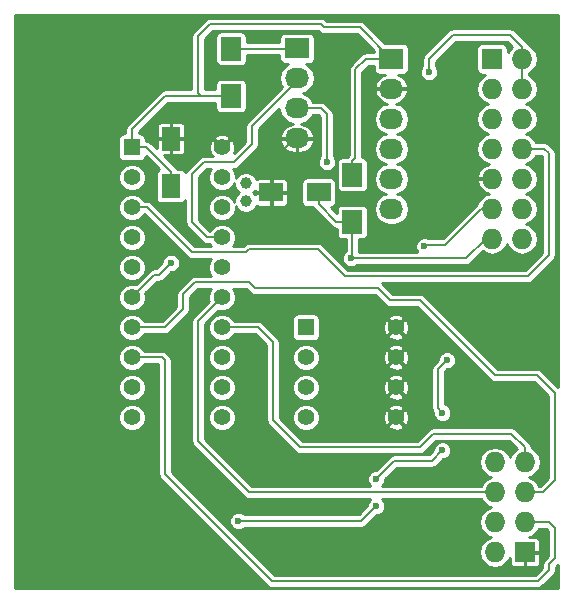
<source format=gbl>
G04 #@! TF.FileFunction,Copper,L2,Bot,Signal*
%FSLAX46Y46*%
G04 Gerber Fmt 4.6, Leading zero omitted, Abs format (unit mm)*
G04 Created by KiCad (PCBNEW (after 2015-mar-04 BZR unknown)-product) date 16/04/2015 11:47:33*
%MOMM*%
G01*
G04 APERTURE LIST*
%ADD10C,0.100000*%
%ADD11R,1.727200X1.727200*%
%ADD12O,1.727200X1.727200*%
%ADD13R,1.700000X2.000000*%
%ADD14R,2.000000X1.600000*%
%ADD15R,1.600000X2.000000*%
%ADD16R,2.032000X1.727200*%
%ADD17O,2.032000X1.727200*%
%ADD18R,1.397000X1.397000*%
%ADD19C,1.397000*%
%ADD20C,1.000760*%
%ADD21C,0.600000*%
%ADD22C,0.200000*%
%ADD23C,0.234000*%
G04 APERTURE END LIST*
D10*
D11*
X146558000Y-95504000D03*
D12*
X144018000Y-95504000D03*
X146558000Y-92964000D03*
X144018000Y-92964000D03*
X146558000Y-90424000D03*
X144018000Y-90424000D03*
X146558000Y-87884000D03*
X144018000Y-87884000D03*
D13*
X121666000Y-56864000D03*
X121666000Y-52864000D03*
D14*
X125095000Y-65024000D03*
X129095000Y-65024000D03*
D15*
X116586000Y-64484000D03*
X116586000Y-60484000D03*
D11*
X143764000Y-53721000D03*
D12*
X146304000Y-53721000D03*
X143764000Y-56261000D03*
X146304000Y-56261000D03*
X143764000Y-58801000D03*
X146304000Y-58801000D03*
X143764000Y-61341000D03*
X146304000Y-61341000D03*
X143764000Y-63881000D03*
X146304000Y-63881000D03*
X143764000Y-66421000D03*
X146304000Y-66421000D03*
X143764000Y-68961000D03*
X146304000Y-68961000D03*
D16*
X127254000Y-52832000D03*
D17*
X127254000Y-55372000D03*
X127254000Y-57912000D03*
X127254000Y-60452000D03*
D16*
X135255000Y-53721000D03*
D17*
X135255000Y-56261000D03*
X135255000Y-58801000D03*
X135255000Y-61341000D03*
X135255000Y-63881000D03*
X135255000Y-66421000D03*
D13*
X131953000Y-67532000D03*
X131953000Y-63532000D03*
D18*
X113284000Y-61214000D03*
D19*
X113284000Y-63754000D03*
X113284000Y-66294000D03*
X113284000Y-68834000D03*
X113284000Y-71374000D03*
X113284000Y-73914000D03*
X113284000Y-76454000D03*
X113284000Y-78994000D03*
X113284000Y-81534000D03*
X113284000Y-84074000D03*
X120904000Y-84074000D03*
X120904000Y-81534000D03*
X120904000Y-78994000D03*
X120904000Y-76454000D03*
X120904000Y-73914000D03*
X120904000Y-71374000D03*
X120904000Y-68834000D03*
X120904000Y-66294000D03*
X120904000Y-63754000D03*
X120904000Y-61214000D03*
D18*
X128016000Y-76454000D03*
D19*
X128016000Y-78994000D03*
X128016000Y-81534000D03*
X128016000Y-84074000D03*
X135636000Y-84074000D03*
X135636000Y-81534000D03*
X135636000Y-78994000D03*
X135636000Y-76454000D03*
D20*
X122936000Y-64274700D03*
X122936000Y-65773300D03*
D21*
X129794000Y-62484000D03*
X139954000Y-79248000D03*
X139573000Y-83693000D03*
X139573000Y-86868000D03*
X133985000Y-89281000D03*
X133985000Y-91567000D03*
X122301000Y-92837000D03*
X138049000Y-69596000D03*
X116586000Y-70993000D03*
X131826000Y-70612000D03*
X138430000Y-54864000D03*
D22*
X137414000Y-56261000D02*
X135255000Y-56261000D01*
X140970000Y-63881000D02*
X140589000Y-63500000D01*
X143764000Y-63881000D02*
X140970000Y-63881000D01*
X139446000Y-56261000D02*
X140589000Y-57404000D01*
X140589000Y-57404000D02*
X140589000Y-63500000D01*
X137414000Y-56261000D02*
X139446000Y-56261000D01*
X120174000Y-60484000D02*
X120904000Y-61214000D01*
X116586000Y-60484000D02*
X120174000Y-60484000D01*
X127101600Y-60452000D02*
X127254000Y-60452000D01*
X125095000Y-62458600D02*
X127101600Y-60452000D01*
X125095000Y-65024000D02*
X125095000Y-62458600D01*
X119634000Y-68834000D02*
X120904000Y-68834000D01*
X118364000Y-67564000D02*
X119634000Y-68834000D01*
X118364000Y-63500000D02*
X118364000Y-67564000D01*
X119380000Y-62484000D02*
X118364000Y-63500000D01*
X121920000Y-62484000D02*
X119380000Y-62484000D01*
X123444000Y-60960000D02*
X121920000Y-62484000D01*
X123444000Y-59436000D02*
X123444000Y-60960000D01*
X127254000Y-55626000D02*
X123444000Y-59436000D01*
X127254000Y-55372000D02*
X127254000Y-55626000D01*
X119158000Y-56864000D02*
X118872000Y-56578000D01*
X118872000Y-56578000D02*
X118872000Y-51816000D01*
X118872000Y-51816000D02*
X119888000Y-50800000D01*
X119888000Y-50800000D02*
X124714000Y-50800000D01*
X124714000Y-50800000D02*
X129286000Y-50800000D01*
X129286000Y-50800000D02*
X129540000Y-51054000D01*
X129540000Y-51054000D02*
X132588000Y-51054000D01*
X132588000Y-51054000D02*
X135255000Y-53721000D01*
X121666000Y-56864000D02*
X119158000Y-56864000D01*
X113284000Y-59690000D02*
X116110000Y-56864000D01*
X116110000Y-56864000D02*
X121666000Y-56864000D01*
X113284000Y-61214000D02*
X113284000Y-59690000D01*
X131953000Y-62332000D02*
X132207000Y-62078000D01*
X131953000Y-63532000D02*
X131953000Y-62332000D01*
X132207000Y-62078000D02*
X132207000Y-54610000D01*
X133096000Y-53721000D02*
X135255000Y-53721000D01*
X132207000Y-54610000D02*
X133096000Y-53721000D01*
X114516000Y-61214000D02*
X113284000Y-61214000D01*
X116586000Y-63284000D02*
X114516000Y-61214000D01*
X116586000Y-64484000D02*
X116586000Y-63284000D01*
X129794000Y-62484000D02*
X129794000Y-58420000D01*
X129794000Y-58420000D02*
X129286000Y-57912000D01*
X129286000Y-57912000D02*
X127254000Y-57912000D01*
X114554000Y-66294000D02*
X118364000Y-70104000D01*
X118364000Y-70104000D02*
X122936000Y-70104000D01*
X122936000Y-70104000D02*
X123190000Y-69850000D01*
X123190000Y-69850000D02*
X129032000Y-69850000D01*
X129032000Y-69850000D02*
X131318000Y-72136000D01*
X131318000Y-72136000D02*
X146812000Y-72136000D01*
X146812000Y-72136000D02*
X148590000Y-70358000D01*
X148590000Y-70358000D02*
X148590000Y-61722000D01*
X148590000Y-61722000D02*
X148209000Y-61341000D01*
X148209000Y-61341000D02*
X146304000Y-61341000D01*
X113284000Y-66294000D02*
X114554000Y-66294000D01*
X139954000Y-79248000D02*
X139192000Y-80010000D01*
X139192000Y-80010000D02*
X139192000Y-83312000D01*
X139192000Y-83312000D02*
X139573000Y-83693000D01*
X139573000Y-86868000D02*
X138684000Y-87757000D01*
X138684000Y-87757000D02*
X135509000Y-87757000D01*
X135509000Y-87757000D02*
X133985000Y-89281000D01*
X133985000Y-91567000D02*
X132715000Y-92837000D01*
X132715000Y-92837000D02*
X122301000Y-92837000D01*
X142875000Y-66421000D02*
X139827000Y-69469000D01*
X139827000Y-69469000D02*
X138176000Y-69469000D01*
X138176000Y-69469000D02*
X138049000Y-69596000D01*
X115189000Y-72009000D02*
X113284000Y-73914000D01*
X143764000Y-66421000D02*
X142875000Y-66421000D01*
X116586000Y-70993000D02*
X115570000Y-72009000D01*
X115570000Y-72009000D02*
X115189000Y-72009000D01*
X141605000Y-70612000D02*
X131826000Y-70612000D01*
X143256000Y-68961000D02*
X141605000Y-70612000D01*
X143764000Y-68961000D02*
X143256000Y-68961000D01*
X131953000Y-70485000D02*
X131826000Y-70612000D01*
X131953000Y-67532000D02*
X131953000Y-70485000D01*
X130903000Y-67532000D02*
X131953000Y-67532000D01*
X130603000Y-67532000D02*
X130903000Y-67532000D01*
X129095000Y-66024000D02*
X130603000Y-67532000D01*
X129095000Y-65024000D02*
X129095000Y-66024000D01*
X148082000Y-90424000D02*
X149098000Y-89408000D01*
X149098000Y-89408000D02*
X149098000Y-82042000D01*
X149098000Y-82042000D02*
X147574000Y-80518000D01*
X147574000Y-80518000D02*
X144018000Y-80518000D01*
X144018000Y-80518000D02*
X137668000Y-74168000D01*
X137668000Y-74168000D02*
X135128000Y-74168000D01*
X135128000Y-74168000D02*
X134112000Y-73152000D01*
X134112000Y-73152000D02*
X123698000Y-73152000D01*
X123698000Y-73152000D02*
X123190000Y-72644000D01*
X123190000Y-72644000D02*
X118618000Y-72644000D01*
X118618000Y-72644000D02*
X117602000Y-73660000D01*
X117602000Y-73660000D02*
X117602000Y-74930000D01*
X117602000Y-74930000D02*
X116078000Y-76454000D01*
X116078000Y-76454000D02*
X113284000Y-76454000D01*
X146558000Y-90424000D02*
X148082000Y-90424000D01*
X148590000Y-92964000D02*
X146558000Y-92964000D01*
X149098000Y-96012000D02*
X149098000Y-93472000D01*
X148590000Y-97028000D02*
X148590000Y-96520000D01*
X149098000Y-93472000D02*
X148590000Y-92964000D01*
X148590000Y-96520000D02*
X149098000Y-96012000D01*
X125151277Y-97973277D02*
X147644723Y-97973277D01*
X147644723Y-97973277D02*
X148590000Y-97028000D01*
X116078000Y-79248000D02*
X116078000Y-88900000D01*
X115824000Y-78994000D02*
X116078000Y-79248000D01*
X116078000Y-88900000D02*
X125151277Y-97973277D01*
X113284000Y-78994000D02*
X115824000Y-78994000D01*
X146558000Y-86614000D02*
X145415000Y-85471000D01*
X145415000Y-85471000D02*
X138811000Y-85471000D01*
X138811000Y-85471000D02*
X137668000Y-86614000D01*
X137668000Y-86614000D02*
X127508000Y-86614000D01*
X127508000Y-86614000D02*
X125222000Y-84328000D01*
X125222000Y-84328000D02*
X125222000Y-77724000D01*
X125222000Y-77724000D02*
X123952000Y-76454000D01*
X123952000Y-76454000D02*
X120904000Y-76454000D01*
X146558000Y-87884000D02*
X146558000Y-86614000D01*
X123190000Y-90424000D02*
X118872000Y-86106000D01*
X118872000Y-86106000D02*
X118872000Y-75946000D01*
X118872000Y-75946000D02*
X120904000Y-73914000D01*
X144018000Y-90424000D02*
X123190000Y-90424000D01*
X146304000Y-53721000D02*
X146304000Y-56261000D01*
X146304000Y-52705000D02*
X145288000Y-51689000D01*
X145288000Y-51689000D02*
X140462000Y-51689000D01*
X140462000Y-51689000D02*
X138430000Y-53721000D01*
X138430000Y-53721000D02*
X138430000Y-54864000D01*
X146304000Y-53721000D02*
X146304000Y-52705000D01*
X127222000Y-52864000D02*
X127254000Y-52832000D01*
X121666000Y-52864000D02*
X127222000Y-52864000D01*
D23*
G36*
X148531000Y-89173140D02*
X147847139Y-89857000D01*
X147774760Y-89857000D01*
X147524944Y-89483124D01*
X147093267Y-89194686D01*
X146888724Y-89154000D01*
X147093267Y-89113314D01*
X147524944Y-88824876D01*
X147813382Y-88393199D01*
X147914668Y-87884000D01*
X147813382Y-87374801D01*
X147524944Y-86943124D01*
X147125000Y-86675889D01*
X147125000Y-86614005D01*
X147125000Y-86614000D01*
X147125001Y-86614000D01*
X147089000Y-86433018D01*
X147081840Y-86397019D01*
X147081840Y-86397018D01*
X146958930Y-86213070D01*
X146958926Y-86213067D01*
X145815930Y-85070070D01*
X145631982Y-84947160D01*
X145595981Y-84939999D01*
X145415000Y-84903999D01*
X145414994Y-84904000D01*
X140721132Y-84904000D01*
X140721132Y-79096104D01*
X140604610Y-78814097D01*
X140389038Y-78598149D01*
X140107235Y-78481134D01*
X139802104Y-78480868D01*
X139520097Y-78597390D01*
X139304149Y-78812962D01*
X139187134Y-79094765D01*
X139187030Y-79213109D01*
X138791070Y-79609070D01*
X138668160Y-79793018D01*
X138660999Y-79829018D01*
X138624999Y-80010000D01*
X138625000Y-80010005D01*
X138625000Y-83311994D01*
X138624999Y-83312000D01*
X138660999Y-83492981D01*
X138668160Y-83528982D01*
X138791070Y-83712930D01*
X138805970Y-83727830D01*
X138805868Y-83844896D01*
X138922390Y-84126903D01*
X139137962Y-84342851D01*
X139419765Y-84459866D01*
X139724896Y-84460132D01*
X140006903Y-84343610D01*
X140222851Y-84128038D01*
X140339866Y-83846235D01*
X140340132Y-83541104D01*
X140223610Y-83259097D01*
X140008038Y-83043149D01*
X139759000Y-82939739D01*
X139759000Y-80244859D01*
X139988829Y-80015029D01*
X140105896Y-80015132D01*
X140387903Y-79898610D01*
X140603851Y-79683038D01*
X140720866Y-79401235D01*
X140721132Y-79096104D01*
X140721132Y-84904000D01*
X138811005Y-84904000D01*
X138811000Y-84903999D01*
X138630018Y-84939999D01*
X138594018Y-84947160D01*
X138410070Y-85070070D01*
X138410067Y-85070073D01*
X137433140Y-86047000D01*
X136753716Y-86047000D01*
X136753716Y-83863560D01*
X136753716Y-81323560D01*
X136753716Y-78783560D01*
X136753716Y-76243560D01*
X136588103Y-75831847D01*
X136575148Y-75812459D01*
X136389477Y-75747192D01*
X136342808Y-75793861D01*
X136342808Y-75700523D01*
X136277541Y-75514852D01*
X135869310Y-75340833D01*
X135425560Y-75336284D01*
X135013847Y-75501897D01*
X134994459Y-75514852D01*
X134929192Y-75700523D01*
X135636000Y-76407331D01*
X136342808Y-75700523D01*
X136342808Y-75793861D01*
X135682669Y-76454000D01*
X136389477Y-77160808D01*
X136575148Y-77095541D01*
X136749167Y-76687310D01*
X136753716Y-76243560D01*
X136753716Y-78783560D01*
X136588103Y-78371847D01*
X136575148Y-78352459D01*
X136389477Y-78287192D01*
X136342808Y-78333861D01*
X136342808Y-78240523D01*
X136342808Y-77207477D01*
X135636000Y-76500669D01*
X135589331Y-76547338D01*
X135589331Y-76454000D01*
X134882523Y-75747192D01*
X134696852Y-75812459D01*
X134522833Y-76220690D01*
X134518284Y-76664440D01*
X134683897Y-77076153D01*
X134696852Y-77095541D01*
X134882523Y-77160808D01*
X135589331Y-76454000D01*
X135589331Y-76547338D01*
X134929192Y-77207477D01*
X134994459Y-77393148D01*
X135402690Y-77567167D01*
X135846440Y-77571716D01*
X136258153Y-77406103D01*
X136277541Y-77393148D01*
X136342808Y-77207477D01*
X136342808Y-78240523D01*
X136277541Y-78054852D01*
X135869310Y-77880833D01*
X135425560Y-77876284D01*
X135013847Y-78041897D01*
X134994459Y-78054852D01*
X134929192Y-78240523D01*
X135636000Y-78947331D01*
X136342808Y-78240523D01*
X136342808Y-78333861D01*
X135682669Y-78994000D01*
X136389477Y-79700808D01*
X136575148Y-79635541D01*
X136749167Y-79227310D01*
X136753716Y-78783560D01*
X136753716Y-81323560D01*
X136588103Y-80911847D01*
X136575148Y-80892459D01*
X136389477Y-80827192D01*
X136342808Y-80873861D01*
X136342808Y-80780523D01*
X136342808Y-79747477D01*
X135636000Y-79040669D01*
X135589331Y-79087338D01*
X135589331Y-78994000D01*
X134882523Y-78287192D01*
X134696852Y-78352459D01*
X134522833Y-78760690D01*
X134518284Y-79204440D01*
X134683897Y-79616153D01*
X134696852Y-79635541D01*
X134882523Y-79700808D01*
X135589331Y-78994000D01*
X135589331Y-79087338D01*
X134929192Y-79747477D01*
X134994459Y-79933148D01*
X135402690Y-80107167D01*
X135846440Y-80111716D01*
X136258153Y-79946103D01*
X136277541Y-79933148D01*
X136342808Y-79747477D01*
X136342808Y-80780523D01*
X136277541Y-80594852D01*
X135869310Y-80420833D01*
X135425560Y-80416284D01*
X135013847Y-80581897D01*
X134994459Y-80594852D01*
X134929192Y-80780523D01*
X135636000Y-81487331D01*
X136342808Y-80780523D01*
X136342808Y-80873861D01*
X135682669Y-81534000D01*
X136389477Y-82240808D01*
X136575148Y-82175541D01*
X136749167Y-81767310D01*
X136753716Y-81323560D01*
X136753716Y-83863560D01*
X136588103Y-83451847D01*
X136575148Y-83432459D01*
X136389477Y-83367192D01*
X136342808Y-83413861D01*
X136342808Y-83320523D01*
X136342808Y-82287477D01*
X135636000Y-81580669D01*
X135589331Y-81627338D01*
X135589331Y-81534000D01*
X134882523Y-80827192D01*
X134696852Y-80892459D01*
X134522833Y-81300690D01*
X134518284Y-81744440D01*
X134683897Y-82156153D01*
X134696852Y-82175541D01*
X134882523Y-82240808D01*
X135589331Y-81534000D01*
X135589331Y-81627338D01*
X134929192Y-82287477D01*
X134994459Y-82473148D01*
X135402690Y-82647167D01*
X135846440Y-82651716D01*
X136258153Y-82486103D01*
X136277541Y-82473148D01*
X136342808Y-82287477D01*
X136342808Y-83320523D01*
X136277541Y-83134852D01*
X135869310Y-82960833D01*
X135425560Y-82956284D01*
X135013847Y-83121897D01*
X134994459Y-83134852D01*
X134929192Y-83320523D01*
X135636000Y-84027331D01*
X136342808Y-83320523D01*
X136342808Y-83413861D01*
X135682669Y-84074000D01*
X136389477Y-84780808D01*
X136575148Y-84715541D01*
X136749167Y-84307310D01*
X136753716Y-83863560D01*
X136753716Y-86047000D01*
X136342808Y-86047000D01*
X136342808Y-84827477D01*
X135636000Y-84120669D01*
X135589331Y-84167338D01*
X135589331Y-84074000D01*
X134882523Y-83367192D01*
X134696852Y-83432459D01*
X134522833Y-83840690D01*
X134518284Y-84284440D01*
X134683897Y-84696153D01*
X134696852Y-84715541D01*
X134882523Y-84780808D01*
X135589331Y-84074000D01*
X135589331Y-84167338D01*
X134929192Y-84827477D01*
X134994459Y-85013148D01*
X135402690Y-85187167D01*
X135846440Y-85191716D01*
X136258153Y-85026103D01*
X136277541Y-85013148D01*
X136342808Y-84827477D01*
X136342808Y-86047000D01*
X129190649Y-86047000D01*
X129190649Y-77152500D01*
X129190649Y-75755500D01*
X129156100Y-75577435D01*
X129053294Y-75420931D01*
X128898094Y-75316170D01*
X128714500Y-75279351D01*
X127317500Y-75279351D01*
X127139435Y-75313900D01*
X126982931Y-75416706D01*
X126878170Y-75571906D01*
X126841351Y-75755500D01*
X126841351Y-77152500D01*
X126875900Y-77330565D01*
X126978706Y-77487069D01*
X127133906Y-77591830D01*
X127317500Y-77628649D01*
X128714500Y-77628649D01*
X128892565Y-77594100D01*
X129049069Y-77491294D01*
X129153830Y-77336094D01*
X129190649Y-77152500D01*
X129190649Y-86047000D01*
X129181701Y-86047000D01*
X129181701Y-83843185D01*
X129181701Y-81303185D01*
X129181701Y-78763185D01*
X129004639Y-78334660D01*
X128677064Y-78006514D01*
X128248849Y-77828703D01*
X127785185Y-77828299D01*
X127356660Y-78005361D01*
X127028514Y-78332936D01*
X126850703Y-78761151D01*
X126850299Y-79224815D01*
X127027361Y-79653340D01*
X127354936Y-79981486D01*
X127783151Y-80159297D01*
X128246815Y-80159701D01*
X128675340Y-79982639D01*
X129003486Y-79655064D01*
X129181297Y-79226849D01*
X129181701Y-78763185D01*
X129181701Y-81303185D01*
X129004639Y-80874660D01*
X128677064Y-80546514D01*
X128248849Y-80368703D01*
X127785185Y-80368299D01*
X127356660Y-80545361D01*
X127028514Y-80872936D01*
X126850703Y-81301151D01*
X126850299Y-81764815D01*
X127027361Y-82193340D01*
X127354936Y-82521486D01*
X127783151Y-82699297D01*
X128246815Y-82699701D01*
X128675340Y-82522639D01*
X129003486Y-82195064D01*
X129181297Y-81766849D01*
X129181701Y-81303185D01*
X129181701Y-83843185D01*
X129004639Y-83414660D01*
X128677064Y-83086514D01*
X128248849Y-82908703D01*
X127785185Y-82908299D01*
X127356660Y-83085361D01*
X127028514Y-83412936D01*
X126850703Y-83841151D01*
X126850299Y-84304815D01*
X127027361Y-84733340D01*
X127354936Y-85061486D01*
X127783151Y-85239297D01*
X128246815Y-85239701D01*
X128675340Y-85062639D01*
X129003486Y-84735064D01*
X129181297Y-84306849D01*
X129181701Y-83843185D01*
X129181701Y-86047000D01*
X127742859Y-86047000D01*
X125789000Y-84093140D01*
X125789000Y-77724000D01*
X125745840Y-77507018D01*
X125622930Y-77323070D01*
X125622926Y-77323067D01*
X124352930Y-76053070D01*
X124168982Y-75930160D01*
X124132981Y-75922999D01*
X123952000Y-75886999D01*
X123951994Y-75887000D01*
X121930792Y-75887000D01*
X121892639Y-75794660D01*
X121565064Y-75466514D01*
X121136849Y-75288703D01*
X120673185Y-75288299D01*
X120244660Y-75465361D01*
X119916514Y-75792936D01*
X119738703Y-76221151D01*
X119738299Y-76684815D01*
X119915361Y-77113340D01*
X120242936Y-77441486D01*
X120671151Y-77619297D01*
X121134815Y-77619701D01*
X121563340Y-77442639D01*
X121891486Y-77115064D01*
X121930544Y-77021000D01*
X123717140Y-77021000D01*
X124655000Y-77958859D01*
X124655000Y-84327994D01*
X124654999Y-84328000D01*
X124690999Y-84508981D01*
X124698160Y-84544982D01*
X124821070Y-84728930D01*
X127107067Y-87014926D01*
X127107070Y-87014930D01*
X127291018Y-87137840D01*
X127508000Y-87181000D01*
X137667994Y-87181000D01*
X137668000Y-87181001D01*
X137668000Y-87181000D01*
X137848981Y-87145000D01*
X137884981Y-87137840D01*
X137884982Y-87137840D01*
X138068930Y-87014930D01*
X139045859Y-86038000D01*
X145180140Y-86038000D01*
X145887312Y-86745171D01*
X145591056Y-86943124D01*
X145302618Y-87374801D01*
X145288000Y-87448290D01*
X145273382Y-87374801D01*
X144984944Y-86943124D01*
X144553267Y-86654686D01*
X144044068Y-86553400D01*
X143991932Y-86553400D01*
X143482733Y-86654686D01*
X143051056Y-86943124D01*
X142762618Y-87374801D01*
X142661332Y-87884000D01*
X142762618Y-88393199D01*
X143051056Y-88824876D01*
X143482733Y-89113314D01*
X143687275Y-89154000D01*
X143482733Y-89194686D01*
X143051056Y-89483124D01*
X142801239Y-89857000D01*
X134493643Y-89857000D01*
X134634851Y-89716038D01*
X134751866Y-89434235D01*
X134751969Y-89315890D01*
X135743859Y-88324000D01*
X138683994Y-88324000D01*
X138684000Y-88324001D01*
X138684000Y-88324000D01*
X138864981Y-88288000D01*
X138900981Y-88280840D01*
X138900982Y-88280840D01*
X139084930Y-88157930D01*
X139607829Y-87635029D01*
X139724896Y-87635132D01*
X140006903Y-87518610D01*
X140222851Y-87303038D01*
X140339866Y-87021235D01*
X140340132Y-86716104D01*
X140223610Y-86434097D01*
X140008038Y-86218149D01*
X139726235Y-86101134D01*
X139421104Y-86100868D01*
X139139097Y-86217390D01*
X138923149Y-86432962D01*
X138806134Y-86714765D01*
X138806030Y-86833109D01*
X138449140Y-87190000D01*
X135509000Y-87190000D01*
X135292018Y-87233160D01*
X135108070Y-87356070D01*
X135108067Y-87356073D01*
X133950170Y-88513970D01*
X133833104Y-88513868D01*
X133551097Y-88630390D01*
X133335149Y-88845962D01*
X133218134Y-89127765D01*
X133217868Y-89432896D01*
X133334390Y-89714903D01*
X133476239Y-89857000D01*
X123424859Y-89857000D01*
X122069701Y-88501841D01*
X122069701Y-83843185D01*
X122069701Y-81303185D01*
X122069701Y-78763185D01*
X121892639Y-78334660D01*
X121565064Y-78006514D01*
X121136849Y-77828703D01*
X120673185Y-77828299D01*
X120244660Y-78005361D01*
X119916514Y-78332936D01*
X119738703Y-78761151D01*
X119738299Y-79224815D01*
X119915361Y-79653340D01*
X120242936Y-79981486D01*
X120671151Y-80159297D01*
X121134815Y-80159701D01*
X121563340Y-79982639D01*
X121891486Y-79655064D01*
X122069297Y-79226849D01*
X122069701Y-78763185D01*
X122069701Y-81303185D01*
X121892639Y-80874660D01*
X121565064Y-80546514D01*
X121136849Y-80368703D01*
X120673185Y-80368299D01*
X120244660Y-80545361D01*
X119916514Y-80872936D01*
X119738703Y-81301151D01*
X119738299Y-81764815D01*
X119915361Y-82193340D01*
X120242936Y-82521486D01*
X120671151Y-82699297D01*
X121134815Y-82699701D01*
X121563340Y-82522639D01*
X121891486Y-82195064D01*
X122069297Y-81766849D01*
X122069701Y-81303185D01*
X122069701Y-83843185D01*
X121892639Y-83414660D01*
X121565064Y-83086514D01*
X121136849Y-82908703D01*
X120673185Y-82908299D01*
X120244660Y-83085361D01*
X119916514Y-83412936D01*
X119738703Y-83841151D01*
X119738299Y-84304815D01*
X119915361Y-84733340D01*
X120242936Y-85061486D01*
X120671151Y-85239297D01*
X121134815Y-85239701D01*
X121563340Y-85062639D01*
X121891486Y-84735064D01*
X122069297Y-84306849D01*
X122069701Y-83843185D01*
X122069701Y-88501841D01*
X119439000Y-85871140D01*
X119439000Y-76180860D01*
X120578878Y-75040981D01*
X120671151Y-75079297D01*
X121134815Y-75079701D01*
X121563340Y-74902639D01*
X121891486Y-74575064D01*
X122069297Y-74146849D01*
X122069701Y-73683185D01*
X121892639Y-73254660D01*
X121849054Y-73211000D01*
X122955140Y-73211000D01*
X123297067Y-73552926D01*
X123297070Y-73552930D01*
X123481018Y-73675840D01*
X123698000Y-73719000D01*
X133877139Y-73719000D01*
X134727070Y-74568930D01*
X134911018Y-74691840D01*
X134911019Y-74691840D01*
X134947018Y-74699000D01*
X135128000Y-74735001D01*
X135128000Y-74735000D01*
X135128005Y-74735000D01*
X137433140Y-74735000D01*
X143617067Y-80918926D01*
X143617070Y-80918930D01*
X143801018Y-81041840D01*
X143801019Y-81041840D01*
X143837018Y-81049000D01*
X144018000Y-81085001D01*
X144018000Y-81085000D01*
X144018005Y-81085000D01*
X147339140Y-81085000D01*
X148531000Y-82276859D01*
X148531000Y-89173140D01*
X148531000Y-89173140D01*
G37*
X148531000Y-89173140D02*
X147847139Y-89857000D01*
X147774760Y-89857000D01*
X147524944Y-89483124D01*
X147093267Y-89194686D01*
X146888724Y-89154000D01*
X147093267Y-89113314D01*
X147524944Y-88824876D01*
X147813382Y-88393199D01*
X147914668Y-87884000D01*
X147813382Y-87374801D01*
X147524944Y-86943124D01*
X147125000Y-86675889D01*
X147125000Y-86614005D01*
X147125000Y-86614000D01*
X147125001Y-86614000D01*
X147089000Y-86433018D01*
X147081840Y-86397019D01*
X147081840Y-86397018D01*
X146958930Y-86213070D01*
X146958926Y-86213067D01*
X145815930Y-85070070D01*
X145631982Y-84947160D01*
X145595981Y-84939999D01*
X145415000Y-84903999D01*
X145414994Y-84904000D01*
X140721132Y-84904000D01*
X140721132Y-79096104D01*
X140604610Y-78814097D01*
X140389038Y-78598149D01*
X140107235Y-78481134D01*
X139802104Y-78480868D01*
X139520097Y-78597390D01*
X139304149Y-78812962D01*
X139187134Y-79094765D01*
X139187030Y-79213109D01*
X138791070Y-79609070D01*
X138668160Y-79793018D01*
X138660999Y-79829018D01*
X138624999Y-80010000D01*
X138625000Y-80010005D01*
X138625000Y-83311994D01*
X138624999Y-83312000D01*
X138660999Y-83492981D01*
X138668160Y-83528982D01*
X138791070Y-83712930D01*
X138805970Y-83727830D01*
X138805868Y-83844896D01*
X138922390Y-84126903D01*
X139137962Y-84342851D01*
X139419765Y-84459866D01*
X139724896Y-84460132D01*
X140006903Y-84343610D01*
X140222851Y-84128038D01*
X140339866Y-83846235D01*
X140340132Y-83541104D01*
X140223610Y-83259097D01*
X140008038Y-83043149D01*
X139759000Y-82939739D01*
X139759000Y-80244859D01*
X139988829Y-80015029D01*
X140105896Y-80015132D01*
X140387903Y-79898610D01*
X140603851Y-79683038D01*
X140720866Y-79401235D01*
X140721132Y-79096104D01*
X140721132Y-84904000D01*
X138811005Y-84904000D01*
X138811000Y-84903999D01*
X138630018Y-84939999D01*
X138594018Y-84947160D01*
X138410070Y-85070070D01*
X138410067Y-85070073D01*
X137433140Y-86047000D01*
X136753716Y-86047000D01*
X136753716Y-83863560D01*
X136753716Y-81323560D01*
X136753716Y-78783560D01*
X136753716Y-76243560D01*
X136588103Y-75831847D01*
X136575148Y-75812459D01*
X136389477Y-75747192D01*
X136342808Y-75793861D01*
X136342808Y-75700523D01*
X136277541Y-75514852D01*
X135869310Y-75340833D01*
X135425560Y-75336284D01*
X135013847Y-75501897D01*
X134994459Y-75514852D01*
X134929192Y-75700523D01*
X135636000Y-76407331D01*
X136342808Y-75700523D01*
X136342808Y-75793861D01*
X135682669Y-76454000D01*
X136389477Y-77160808D01*
X136575148Y-77095541D01*
X136749167Y-76687310D01*
X136753716Y-76243560D01*
X136753716Y-78783560D01*
X136588103Y-78371847D01*
X136575148Y-78352459D01*
X136389477Y-78287192D01*
X136342808Y-78333861D01*
X136342808Y-78240523D01*
X136342808Y-77207477D01*
X135636000Y-76500669D01*
X135589331Y-76547338D01*
X135589331Y-76454000D01*
X134882523Y-75747192D01*
X134696852Y-75812459D01*
X134522833Y-76220690D01*
X134518284Y-76664440D01*
X134683897Y-77076153D01*
X134696852Y-77095541D01*
X134882523Y-77160808D01*
X135589331Y-76454000D01*
X135589331Y-76547338D01*
X134929192Y-77207477D01*
X134994459Y-77393148D01*
X135402690Y-77567167D01*
X135846440Y-77571716D01*
X136258153Y-77406103D01*
X136277541Y-77393148D01*
X136342808Y-77207477D01*
X136342808Y-78240523D01*
X136277541Y-78054852D01*
X135869310Y-77880833D01*
X135425560Y-77876284D01*
X135013847Y-78041897D01*
X134994459Y-78054852D01*
X134929192Y-78240523D01*
X135636000Y-78947331D01*
X136342808Y-78240523D01*
X136342808Y-78333861D01*
X135682669Y-78994000D01*
X136389477Y-79700808D01*
X136575148Y-79635541D01*
X136749167Y-79227310D01*
X136753716Y-78783560D01*
X136753716Y-81323560D01*
X136588103Y-80911847D01*
X136575148Y-80892459D01*
X136389477Y-80827192D01*
X136342808Y-80873861D01*
X136342808Y-80780523D01*
X136342808Y-79747477D01*
X135636000Y-79040669D01*
X135589331Y-79087338D01*
X135589331Y-78994000D01*
X134882523Y-78287192D01*
X134696852Y-78352459D01*
X134522833Y-78760690D01*
X134518284Y-79204440D01*
X134683897Y-79616153D01*
X134696852Y-79635541D01*
X134882523Y-79700808D01*
X135589331Y-78994000D01*
X135589331Y-79087338D01*
X134929192Y-79747477D01*
X134994459Y-79933148D01*
X135402690Y-80107167D01*
X135846440Y-80111716D01*
X136258153Y-79946103D01*
X136277541Y-79933148D01*
X136342808Y-79747477D01*
X136342808Y-80780523D01*
X136277541Y-80594852D01*
X135869310Y-80420833D01*
X135425560Y-80416284D01*
X135013847Y-80581897D01*
X134994459Y-80594852D01*
X134929192Y-80780523D01*
X135636000Y-81487331D01*
X136342808Y-80780523D01*
X136342808Y-80873861D01*
X135682669Y-81534000D01*
X136389477Y-82240808D01*
X136575148Y-82175541D01*
X136749167Y-81767310D01*
X136753716Y-81323560D01*
X136753716Y-83863560D01*
X136588103Y-83451847D01*
X136575148Y-83432459D01*
X136389477Y-83367192D01*
X136342808Y-83413861D01*
X136342808Y-83320523D01*
X136342808Y-82287477D01*
X135636000Y-81580669D01*
X135589331Y-81627338D01*
X135589331Y-81534000D01*
X134882523Y-80827192D01*
X134696852Y-80892459D01*
X134522833Y-81300690D01*
X134518284Y-81744440D01*
X134683897Y-82156153D01*
X134696852Y-82175541D01*
X134882523Y-82240808D01*
X135589331Y-81534000D01*
X135589331Y-81627338D01*
X134929192Y-82287477D01*
X134994459Y-82473148D01*
X135402690Y-82647167D01*
X135846440Y-82651716D01*
X136258153Y-82486103D01*
X136277541Y-82473148D01*
X136342808Y-82287477D01*
X136342808Y-83320523D01*
X136277541Y-83134852D01*
X135869310Y-82960833D01*
X135425560Y-82956284D01*
X135013847Y-83121897D01*
X134994459Y-83134852D01*
X134929192Y-83320523D01*
X135636000Y-84027331D01*
X136342808Y-83320523D01*
X136342808Y-83413861D01*
X135682669Y-84074000D01*
X136389477Y-84780808D01*
X136575148Y-84715541D01*
X136749167Y-84307310D01*
X136753716Y-83863560D01*
X136753716Y-86047000D01*
X136342808Y-86047000D01*
X136342808Y-84827477D01*
X135636000Y-84120669D01*
X135589331Y-84167338D01*
X135589331Y-84074000D01*
X134882523Y-83367192D01*
X134696852Y-83432459D01*
X134522833Y-83840690D01*
X134518284Y-84284440D01*
X134683897Y-84696153D01*
X134696852Y-84715541D01*
X134882523Y-84780808D01*
X135589331Y-84074000D01*
X135589331Y-84167338D01*
X134929192Y-84827477D01*
X134994459Y-85013148D01*
X135402690Y-85187167D01*
X135846440Y-85191716D01*
X136258153Y-85026103D01*
X136277541Y-85013148D01*
X136342808Y-84827477D01*
X136342808Y-86047000D01*
X129190649Y-86047000D01*
X129190649Y-77152500D01*
X129190649Y-75755500D01*
X129156100Y-75577435D01*
X129053294Y-75420931D01*
X128898094Y-75316170D01*
X128714500Y-75279351D01*
X127317500Y-75279351D01*
X127139435Y-75313900D01*
X126982931Y-75416706D01*
X126878170Y-75571906D01*
X126841351Y-75755500D01*
X126841351Y-77152500D01*
X126875900Y-77330565D01*
X126978706Y-77487069D01*
X127133906Y-77591830D01*
X127317500Y-77628649D01*
X128714500Y-77628649D01*
X128892565Y-77594100D01*
X129049069Y-77491294D01*
X129153830Y-77336094D01*
X129190649Y-77152500D01*
X129190649Y-86047000D01*
X129181701Y-86047000D01*
X129181701Y-83843185D01*
X129181701Y-81303185D01*
X129181701Y-78763185D01*
X129004639Y-78334660D01*
X128677064Y-78006514D01*
X128248849Y-77828703D01*
X127785185Y-77828299D01*
X127356660Y-78005361D01*
X127028514Y-78332936D01*
X126850703Y-78761151D01*
X126850299Y-79224815D01*
X127027361Y-79653340D01*
X127354936Y-79981486D01*
X127783151Y-80159297D01*
X128246815Y-80159701D01*
X128675340Y-79982639D01*
X129003486Y-79655064D01*
X129181297Y-79226849D01*
X129181701Y-78763185D01*
X129181701Y-81303185D01*
X129004639Y-80874660D01*
X128677064Y-80546514D01*
X128248849Y-80368703D01*
X127785185Y-80368299D01*
X127356660Y-80545361D01*
X127028514Y-80872936D01*
X126850703Y-81301151D01*
X126850299Y-81764815D01*
X127027361Y-82193340D01*
X127354936Y-82521486D01*
X127783151Y-82699297D01*
X128246815Y-82699701D01*
X128675340Y-82522639D01*
X129003486Y-82195064D01*
X129181297Y-81766849D01*
X129181701Y-81303185D01*
X129181701Y-83843185D01*
X129004639Y-83414660D01*
X128677064Y-83086514D01*
X128248849Y-82908703D01*
X127785185Y-82908299D01*
X127356660Y-83085361D01*
X127028514Y-83412936D01*
X126850703Y-83841151D01*
X126850299Y-84304815D01*
X127027361Y-84733340D01*
X127354936Y-85061486D01*
X127783151Y-85239297D01*
X128246815Y-85239701D01*
X128675340Y-85062639D01*
X129003486Y-84735064D01*
X129181297Y-84306849D01*
X129181701Y-83843185D01*
X129181701Y-86047000D01*
X127742859Y-86047000D01*
X125789000Y-84093140D01*
X125789000Y-77724000D01*
X125745840Y-77507018D01*
X125622930Y-77323070D01*
X125622926Y-77323067D01*
X124352930Y-76053070D01*
X124168982Y-75930160D01*
X124132981Y-75922999D01*
X123952000Y-75886999D01*
X123951994Y-75887000D01*
X121930792Y-75887000D01*
X121892639Y-75794660D01*
X121565064Y-75466514D01*
X121136849Y-75288703D01*
X120673185Y-75288299D01*
X120244660Y-75465361D01*
X119916514Y-75792936D01*
X119738703Y-76221151D01*
X119738299Y-76684815D01*
X119915361Y-77113340D01*
X120242936Y-77441486D01*
X120671151Y-77619297D01*
X121134815Y-77619701D01*
X121563340Y-77442639D01*
X121891486Y-77115064D01*
X121930544Y-77021000D01*
X123717140Y-77021000D01*
X124655000Y-77958859D01*
X124655000Y-84327994D01*
X124654999Y-84328000D01*
X124690999Y-84508981D01*
X124698160Y-84544982D01*
X124821070Y-84728930D01*
X127107067Y-87014926D01*
X127107070Y-87014930D01*
X127291018Y-87137840D01*
X127508000Y-87181000D01*
X137667994Y-87181000D01*
X137668000Y-87181001D01*
X137668000Y-87181000D01*
X137848981Y-87145000D01*
X137884981Y-87137840D01*
X137884982Y-87137840D01*
X138068930Y-87014930D01*
X139045859Y-86038000D01*
X145180140Y-86038000D01*
X145887312Y-86745171D01*
X145591056Y-86943124D01*
X145302618Y-87374801D01*
X145288000Y-87448290D01*
X145273382Y-87374801D01*
X144984944Y-86943124D01*
X144553267Y-86654686D01*
X144044068Y-86553400D01*
X143991932Y-86553400D01*
X143482733Y-86654686D01*
X143051056Y-86943124D01*
X142762618Y-87374801D01*
X142661332Y-87884000D01*
X142762618Y-88393199D01*
X143051056Y-88824876D01*
X143482733Y-89113314D01*
X143687275Y-89154000D01*
X143482733Y-89194686D01*
X143051056Y-89483124D01*
X142801239Y-89857000D01*
X134493643Y-89857000D01*
X134634851Y-89716038D01*
X134751866Y-89434235D01*
X134751969Y-89315890D01*
X135743859Y-88324000D01*
X138683994Y-88324000D01*
X138684000Y-88324001D01*
X138684000Y-88324000D01*
X138864981Y-88288000D01*
X138900981Y-88280840D01*
X138900982Y-88280840D01*
X139084930Y-88157930D01*
X139607829Y-87635029D01*
X139724896Y-87635132D01*
X140006903Y-87518610D01*
X140222851Y-87303038D01*
X140339866Y-87021235D01*
X140340132Y-86716104D01*
X140223610Y-86434097D01*
X140008038Y-86218149D01*
X139726235Y-86101134D01*
X139421104Y-86100868D01*
X139139097Y-86217390D01*
X138923149Y-86432962D01*
X138806134Y-86714765D01*
X138806030Y-86833109D01*
X138449140Y-87190000D01*
X135509000Y-87190000D01*
X135292018Y-87233160D01*
X135108070Y-87356070D01*
X135108067Y-87356073D01*
X133950170Y-88513970D01*
X133833104Y-88513868D01*
X133551097Y-88630390D01*
X133335149Y-88845962D01*
X133218134Y-89127765D01*
X133217868Y-89432896D01*
X133334390Y-89714903D01*
X133476239Y-89857000D01*
X123424859Y-89857000D01*
X122069701Y-88501841D01*
X122069701Y-83843185D01*
X122069701Y-81303185D01*
X122069701Y-78763185D01*
X121892639Y-78334660D01*
X121565064Y-78006514D01*
X121136849Y-77828703D01*
X120673185Y-77828299D01*
X120244660Y-78005361D01*
X119916514Y-78332936D01*
X119738703Y-78761151D01*
X119738299Y-79224815D01*
X119915361Y-79653340D01*
X120242936Y-79981486D01*
X120671151Y-80159297D01*
X121134815Y-80159701D01*
X121563340Y-79982639D01*
X121891486Y-79655064D01*
X122069297Y-79226849D01*
X122069701Y-78763185D01*
X122069701Y-81303185D01*
X121892639Y-80874660D01*
X121565064Y-80546514D01*
X121136849Y-80368703D01*
X120673185Y-80368299D01*
X120244660Y-80545361D01*
X119916514Y-80872936D01*
X119738703Y-81301151D01*
X119738299Y-81764815D01*
X119915361Y-82193340D01*
X120242936Y-82521486D01*
X120671151Y-82699297D01*
X121134815Y-82699701D01*
X121563340Y-82522639D01*
X121891486Y-82195064D01*
X122069297Y-81766849D01*
X122069701Y-81303185D01*
X122069701Y-83843185D01*
X121892639Y-83414660D01*
X121565064Y-83086514D01*
X121136849Y-82908703D01*
X120673185Y-82908299D01*
X120244660Y-83085361D01*
X119916514Y-83412936D01*
X119738703Y-83841151D01*
X119738299Y-84304815D01*
X119915361Y-84733340D01*
X120242936Y-85061486D01*
X120671151Y-85239297D01*
X121134815Y-85239701D01*
X121563340Y-85062639D01*
X121891486Y-84735064D01*
X122069297Y-84306849D01*
X122069701Y-83843185D01*
X122069701Y-88501841D01*
X119439000Y-85871140D01*
X119439000Y-76180860D01*
X120578878Y-75040981D01*
X120671151Y-75079297D01*
X121134815Y-75079701D01*
X121563340Y-74902639D01*
X121891486Y-74575064D01*
X122069297Y-74146849D01*
X122069701Y-73683185D01*
X121892639Y-73254660D01*
X121849054Y-73211000D01*
X122955140Y-73211000D01*
X123297067Y-73552926D01*
X123297070Y-73552930D01*
X123481018Y-73675840D01*
X123698000Y-73719000D01*
X133877139Y-73719000D01*
X134727070Y-74568930D01*
X134911018Y-74691840D01*
X134911019Y-74691840D01*
X134947018Y-74699000D01*
X135128000Y-74735001D01*
X135128000Y-74735000D01*
X135128005Y-74735000D01*
X137433140Y-74735000D01*
X143617067Y-80918926D01*
X143617070Y-80918930D01*
X143801018Y-81041840D01*
X143801019Y-81041840D01*
X143837018Y-81049000D01*
X144018000Y-81085001D01*
X144018000Y-81085000D01*
X144018005Y-81085000D01*
X147339140Y-81085000D01*
X148531000Y-82276859D01*
X148531000Y-89173140D01*
G36*
X149343000Y-98543000D02*
X114449701Y-98543000D01*
X114449701Y-83843185D01*
X114449701Y-81303185D01*
X114272639Y-80874660D01*
X113945064Y-80546514D01*
X113516849Y-80368703D01*
X113053185Y-80368299D01*
X112624660Y-80545361D01*
X112296514Y-80872936D01*
X112118703Y-81301151D01*
X112118299Y-81764815D01*
X112295361Y-82193340D01*
X112622936Y-82521486D01*
X113051151Y-82699297D01*
X113514815Y-82699701D01*
X113943340Y-82522639D01*
X114271486Y-82195064D01*
X114449297Y-81766849D01*
X114449701Y-81303185D01*
X114449701Y-83843185D01*
X114272639Y-83414660D01*
X113945064Y-83086514D01*
X113516849Y-82908703D01*
X113053185Y-82908299D01*
X112624660Y-83085361D01*
X112296514Y-83412936D01*
X112118703Y-83841151D01*
X112118299Y-84304815D01*
X112295361Y-84733340D01*
X112622936Y-85061486D01*
X113051151Y-85239297D01*
X113514815Y-85239701D01*
X113943340Y-85062639D01*
X114271486Y-84735064D01*
X114449297Y-84306849D01*
X114449701Y-83843185D01*
X114449701Y-98543000D01*
X103387000Y-98543000D01*
X103387000Y-50047000D01*
X149343000Y-50047000D01*
X149343000Y-81485140D01*
X147974930Y-80117070D01*
X147790982Y-79994160D01*
X147754981Y-79986999D01*
X147574000Y-79950999D01*
X147573994Y-79951000D01*
X144252859Y-79951000D01*
X138068930Y-73767070D01*
X137884982Y-73644160D01*
X137848981Y-73636999D01*
X137668000Y-73600999D01*
X137667994Y-73601000D01*
X135362860Y-73601000D01*
X134512930Y-72751070D01*
X134440988Y-72703000D01*
X146811994Y-72703000D01*
X146812000Y-72703001D01*
X146812000Y-72703000D01*
X146992981Y-72667000D01*
X147028981Y-72659840D01*
X147028982Y-72659840D01*
X147212930Y-72536930D01*
X148990926Y-70758932D01*
X148990930Y-70758930D01*
X148990930Y-70758929D01*
X149113840Y-70574982D01*
X149113840Y-70574981D01*
X149121000Y-70538981D01*
X149157000Y-70358000D01*
X149157001Y-70358000D01*
X149157000Y-70357994D01*
X149157000Y-61722000D01*
X149113840Y-61505018D01*
X148990930Y-61321070D01*
X148990926Y-61321067D01*
X148609930Y-60940070D01*
X148425982Y-60817160D01*
X148389981Y-60809999D01*
X148209000Y-60773999D01*
X148208994Y-60774000D01*
X147520760Y-60774000D01*
X147270944Y-60400124D01*
X146839267Y-60111686D01*
X146634724Y-60071000D01*
X146839267Y-60030314D01*
X147270944Y-59741876D01*
X147559382Y-59310199D01*
X147660668Y-58801000D01*
X147559382Y-58291801D01*
X147270944Y-57860124D01*
X146839267Y-57571686D01*
X146634724Y-57531000D01*
X146839267Y-57490314D01*
X147270944Y-57201876D01*
X147559382Y-56770199D01*
X147660668Y-56261000D01*
X147559382Y-55751801D01*
X147270944Y-55320124D01*
X146871000Y-55052889D01*
X146871000Y-54929110D01*
X147270944Y-54661876D01*
X147559382Y-54230199D01*
X147660668Y-53721000D01*
X147559382Y-53211801D01*
X147270944Y-52780124D01*
X146839267Y-52491686D01*
X146828128Y-52489470D01*
X146827840Y-52488019D01*
X146827840Y-52488018D01*
X146704930Y-52304070D01*
X145688930Y-51288070D01*
X145504982Y-51165160D01*
X145468981Y-51157999D01*
X145288000Y-51121999D01*
X145287994Y-51122000D01*
X140462005Y-51122000D01*
X140462000Y-51121999D01*
X140281018Y-51157999D01*
X140245018Y-51165160D01*
X140061070Y-51288070D01*
X138029070Y-53320070D01*
X137906160Y-53504018D01*
X137898999Y-53540018D01*
X137862999Y-53721000D01*
X137863000Y-53721005D01*
X137863000Y-54346255D01*
X137780149Y-54428962D01*
X137663134Y-54710765D01*
X137662868Y-55015896D01*
X137779390Y-55297903D01*
X137994962Y-55513851D01*
X138276765Y-55630866D01*
X138581896Y-55631132D01*
X138863903Y-55514610D01*
X139079851Y-55299038D01*
X139196866Y-55017235D01*
X139197132Y-54712104D01*
X139080610Y-54430097D01*
X138997000Y-54346341D01*
X138997000Y-53955860D01*
X140696860Y-52256000D01*
X145053140Y-52256000D01*
X145481050Y-52683910D01*
X145337056Y-52780124D01*
X145103749Y-53129291D01*
X145103749Y-52857400D01*
X145069200Y-52679335D01*
X144966394Y-52522831D01*
X144811194Y-52418070D01*
X144627600Y-52381251D01*
X142900400Y-52381251D01*
X142722335Y-52415800D01*
X142565831Y-52518606D01*
X142461070Y-52673806D01*
X142424251Y-52857400D01*
X142424251Y-54584600D01*
X142458800Y-54762665D01*
X142561606Y-54919169D01*
X142716806Y-55023930D01*
X142900400Y-55060749D01*
X143185237Y-55060749D01*
X142797056Y-55320124D01*
X142508618Y-55751801D01*
X142407332Y-56261000D01*
X142508618Y-56770199D01*
X142797056Y-57201876D01*
X143228733Y-57490314D01*
X143433275Y-57531000D01*
X143228733Y-57571686D01*
X142797056Y-57860124D01*
X142508618Y-58291801D01*
X142407332Y-58801000D01*
X142508618Y-59310199D01*
X142797056Y-59741876D01*
X143228733Y-60030314D01*
X143433275Y-60071000D01*
X143228733Y-60111686D01*
X142797056Y-60400124D01*
X142508618Y-60831801D01*
X142407332Y-61341000D01*
X142508618Y-61850199D01*
X142797056Y-62281876D01*
X143228733Y-62570314D01*
X143516542Y-62627562D01*
X143066971Y-62806711D01*
X142708917Y-63155228D01*
X142511489Y-63614237D01*
X142504748Y-63648143D01*
X142588113Y-63848000D01*
X143731000Y-63848000D01*
X143731000Y-63828000D01*
X143797000Y-63828000D01*
X143797000Y-63848000D01*
X143817000Y-63848000D01*
X143817000Y-63914000D01*
X143797000Y-63914000D01*
X143797000Y-63934000D01*
X143731000Y-63934000D01*
X143731000Y-63914000D01*
X142588113Y-63914000D01*
X142504748Y-64113857D01*
X142511489Y-64147763D01*
X142708917Y-64606772D01*
X143066971Y-64955289D01*
X143516542Y-65134437D01*
X143228733Y-65191686D01*
X142797056Y-65480124D01*
X142508618Y-65911801D01*
X142489076Y-66010043D01*
X142474070Y-66020070D01*
X139592139Y-68902000D01*
X138377715Y-68902000D01*
X138202235Y-68829134D01*
X137897104Y-68828868D01*
X137615097Y-68945390D01*
X137399149Y-69160962D01*
X137282134Y-69442765D01*
X137281868Y-69747896D01*
X137398390Y-70029903D01*
X137413460Y-70045000D01*
X136767054Y-70045000D01*
X136767054Y-66421000D01*
X136665768Y-65911801D01*
X136377330Y-65480124D01*
X135945653Y-65191686D01*
X135741110Y-65151000D01*
X135945653Y-65110314D01*
X136377330Y-64821876D01*
X136665768Y-64390199D01*
X136767054Y-63881000D01*
X136665768Y-63371801D01*
X136377330Y-62940124D01*
X135945653Y-62651686D01*
X135741110Y-62611000D01*
X135945653Y-62570314D01*
X136377330Y-62281876D01*
X136665768Y-61850199D01*
X136767054Y-61341000D01*
X136665768Y-60831801D01*
X136377330Y-60400124D01*
X135945653Y-60111686D01*
X135741110Y-60071000D01*
X135945653Y-60030314D01*
X136377330Y-59741876D01*
X136665768Y-59310199D01*
X136767054Y-58801000D01*
X136665768Y-58291801D01*
X136377330Y-57860124D01*
X135945653Y-57571686D01*
X135606179Y-57504160D01*
X135927952Y-57431492D01*
X136336255Y-57143187D01*
X136603148Y-56720577D01*
X136666652Y-56493857D01*
X136583287Y-56294000D01*
X135288000Y-56294000D01*
X135288000Y-56314000D01*
X135222000Y-56314000D01*
X135222000Y-56294000D01*
X133926713Y-56294000D01*
X133843348Y-56493857D01*
X133906852Y-56720577D01*
X134173745Y-57143187D01*
X134582048Y-57431492D01*
X134903820Y-57504160D01*
X134564347Y-57571686D01*
X134132670Y-57860124D01*
X133844232Y-58291801D01*
X133742946Y-58801000D01*
X133844232Y-59310199D01*
X134132670Y-59741876D01*
X134564347Y-60030314D01*
X134768889Y-60071000D01*
X134564347Y-60111686D01*
X134132670Y-60400124D01*
X133844232Y-60831801D01*
X133742946Y-61341000D01*
X133844232Y-61850199D01*
X134132670Y-62281876D01*
X134564347Y-62570314D01*
X134768889Y-62611000D01*
X134564347Y-62651686D01*
X134132670Y-62940124D01*
X133844232Y-63371801D01*
X133742946Y-63881000D01*
X133844232Y-64390199D01*
X134132670Y-64821876D01*
X134564347Y-65110314D01*
X134768889Y-65150999D01*
X134564347Y-65191686D01*
X134132670Y-65480124D01*
X133844232Y-65911801D01*
X133742946Y-66421000D01*
X133844232Y-66930199D01*
X134132670Y-67361876D01*
X134564347Y-67650314D01*
X135073546Y-67751600D01*
X135436454Y-67751600D01*
X135945653Y-67650314D01*
X136377330Y-67361876D01*
X136665768Y-66930199D01*
X136767054Y-66421000D01*
X136767054Y-70045000D01*
X132520000Y-70045000D01*
X132520000Y-69008149D01*
X132803000Y-69008149D01*
X132981065Y-68973600D01*
X133137569Y-68870794D01*
X133242330Y-68715594D01*
X133279149Y-68532000D01*
X133279149Y-66532000D01*
X133244600Y-66353935D01*
X133141794Y-66197431D01*
X132986594Y-66092670D01*
X132803000Y-66055851D01*
X131103000Y-66055851D01*
X130924935Y-66090400D01*
X130768431Y-66193206D01*
X130663670Y-66348406D01*
X130626851Y-66532000D01*
X130626851Y-66753991D01*
X130160332Y-66287472D01*
X130273065Y-66265600D01*
X130429569Y-66162794D01*
X130534330Y-66007594D01*
X130571149Y-65824000D01*
X130571149Y-64224000D01*
X130536600Y-64045935D01*
X130433794Y-63889431D01*
X130278594Y-63784670D01*
X130095000Y-63747851D01*
X128665652Y-63747851D01*
X128665652Y-60684857D01*
X128582287Y-60485000D01*
X127287000Y-60485000D01*
X127287000Y-61732600D01*
X127439400Y-61732600D01*
X127926952Y-61622492D01*
X128335255Y-61334187D01*
X128602148Y-60911577D01*
X128665652Y-60684857D01*
X128665652Y-63747851D01*
X128095000Y-63747851D01*
X127916935Y-63782400D01*
X127760431Y-63885206D01*
X127655670Y-64040406D01*
X127618851Y-64224000D01*
X127618851Y-65824000D01*
X127653400Y-66002065D01*
X127756206Y-66158569D01*
X127911406Y-66263330D01*
X128095000Y-66300149D01*
X128610694Y-66300149D01*
X128694070Y-66424930D01*
X130202070Y-67932930D01*
X130386018Y-68055840D01*
X130386019Y-68055840D01*
X130422018Y-68063000D01*
X130603000Y-68099001D01*
X130603000Y-68099000D01*
X130603005Y-68099000D01*
X130626851Y-68099000D01*
X130626851Y-68532000D01*
X130661400Y-68710065D01*
X130764206Y-68866569D01*
X130919406Y-68971330D01*
X131103000Y-69008149D01*
X131386000Y-69008149D01*
X131386000Y-69967476D01*
X131176149Y-70176962D01*
X131059134Y-70458765D01*
X131058868Y-70763896D01*
X131175390Y-71045903D01*
X131390962Y-71261851D01*
X131672765Y-71378866D01*
X131977896Y-71379132D01*
X132259903Y-71262610D01*
X132343658Y-71179000D01*
X141604994Y-71179000D01*
X141605000Y-71179001D01*
X141605000Y-71179000D01*
X141785981Y-71143000D01*
X141821981Y-71135840D01*
X141821982Y-71135840D01*
X142005930Y-71012930D01*
X142988838Y-70030021D01*
X143228733Y-70190314D01*
X143737932Y-70291600D01*
X143790068Y-70291600D01*
X144299267Y-70190314D01*
X144730944Y-69901876D01*
X145019382Y-69470199D01*
X145033999Y-69396709D01*
X145048618Y-69470199D01*
X145337056Y-69901876D01*
X145768733Y-70190314D01*
X146277932Y-70291600D01*
X146330068Y-70291600D01*
X146839267Y-70190314D01*
X147270944Y-69901876D01*
X147559382Y-69470199D01*
X147660668Y-68961000D01*
X147559382Y-68451801D01*
X147270944Y-68020124D01*
X146839267Y-67731686D01*
X146634724Y-67691000D01*
X146839267Y-67650314D01*
X147270944Y-67361876D01*
X147559382Y-66930199D01*
X147660668Y-66421000D01*
X147559382Y-65911801D01*
X147270944Y-65480124D01*
X146839267Y-65191686D01*
X146634724Y-65151000D01*
X146839267Y-65110314D01*
X147270944Y-64821876D01*
X147559382Y-64390199D01*
X147660668Y-63881000D01*
X147559382Y-63371801D01*
X147270944Y-62940124D01*
X146839267Y-62651686D01*
X146634724Y-62611000D01*
X146839267Y-62570314D01*
X147270944Y-62281876D01*
X147520760Y-61908000D01*
X147974140Y-61908000D01*
X148023000Y-61956859D01*
X148023000Y-70123140D01*
X146577140Y-71569000D01*
X131552859Y-71569000D01*
X129432930Y-69449070D01*
X129248982Y-69326160D01*
X129212981Y-69318999D01*
X129032000Y-69282999D01*
X129031994Y-69283000D01*
X127221000Y-69283000D01*
X127221000Y-61732600D01*
X127221000Y-60485000D01*
X125925713Y-60485000D01*
X125842348Y-60684857D01*
X125905852Y-60911577D01*
X126172745Y-61334187D01*
X126581048Y-61622492D01*
X127068600Y-61732600D01*
X127221000Y-61732600D01*
X127221000Y-69283000D01*
X126512000Y-69283000D01*
X126512000Y-65906946D01*
X126512000Y-65741053D01*
X126512000Y-65161250D01*
X126512000Y-64886750D01*
X126512000Y-64306947D01*
X126512000Y-64141054D01*
X126448516Y-63987789D01*
X126331212Y-63870485D01*
X126177947Y-63807000D01*
X125232250Y-63807000D01*
X125128000Y-63911250D01*
X125128000Y-64991000D01*
X126407750Y-64991000D01*
X126512000Y-64886750D01*
X126512000Y-65161250D01*
X126407750Y-65057000D01*
X125128000Y-65057000D01*
X125128000Y-66136750D01*
X125232250Y-66241000D01*
X126177947Y-66241000D01*
X126331212Y-66177515D01*
X126448516Y-66060211D01*
X126512000Y-65906946D01*
X126512000Y-69283000D01*
X123190000Y-69283000D01*
X122973018Y-69326160D01*
X122789070Y-69449070D01*
X122789067Y-69449073D01*
X122701140Y-69537000D01*
X121849476Y-69537000D01*
X121891486Y-69495064D01*
X122069297Y-69066849D01*
X122069701Y-68603185D01*
X121892639Y-68174660D01*
X121565064Y-67846514D01*
X121136849Y-67668703D01*
X120673185Y-67668299D01*
X120244660Y-67845361D01*
X119916514Y-68172936D01*
X119877455Y-68267000D01*
X119868859Y-68267000D01*
X118931000Y-67329140D01*
X118931000Y-63734860D01*
X119614860Y-63051000D01*
X119958523Y-63051000D01*
X119916514Y-63092936D01*
X119738703Y-63521151D01*
X119738299Y-63984815D01*
X119915361Y-64413340D01*
X120242936Y-64741486D01*
X120671151Y-64919297D01*
X121134815Y-64919701D01*
X121563340Y-64742639D01*
X121891486Y-64415064D01*
X121968659Y-64229210D01*
X121968453Y-64466280D01*
X122115417Y-64821961D01*
X122317217Y-65024113D01*
X122116373Y-65224608D01*
X121968788Y-65580032D01*
X121968580Y-65818453D01*
X121892639Y-65634660D01*
X121565064Y-65306514D01*
X121136849Y-65128703D01*
X120673185Y-65128299D01*
X120244660Y-65305361D01*
X119916514Y-65632936D01*
X119738703Y-66061151D01*
X119738299Y-66524815D01*
X119915361Y-66953340D01*
X120242936Y-67281486D01*
X120671151Y-67459297D01*
X121134815Y-67459701D01*
X121563340Y-67282639D01*
X121891486Y-66955064D01*
X122069297Y-66526849D01*
X122069573Y-66209610D01*
X122115417Y-66320561D01*
X122387308Y-66592927D01*
X122742732Y-66740512D01*
X123127580Y-66740847D01*
X123483261Y-66593883D01*
X123755627Y-66321992D01*
X123828285Y-66147012D01*
X123858788Y-66177515D01*
X124012053Y-66241000D01*
X124957750Y-66241000D01*
X125062000Y-66136750D01*
X125062000Y-65057000D01*
X123782250Y-65057000D01*
X123684959Y-65154290D01*
X123554782Y-65023886D01*
X123685072Y-64893822D01*
X123782250Y-64991000D01*
X125062000Y-64991000D01*
X125062000Y-63911250D01*
X124957750Y-63807000D01*
X124012053Y-63807000D01*
X123858788Y-63870485D01*
X123828289Y-63900983D01*
X123756583Y-63727439D01*
X123484692Y-63455073D01*
X123129268Y-63307488D01*
X122744420Y-63307153D01*
X122388739Y-63454117D01*
X122116373Y-63726008D01*
X122069425Y-63839069D01*
X122069701Y-63523185D01*
X121892639Y-63094660D01*
X121849054Y-63051000D01*
X121919994Y-63051000D01*
X121920000Y-63051001D01*
X121920000Y-63051000D01*
X122100981Y-63015000D01*
X122136981Y-63007840D01*
X122136982Y-63007840D01*
X122320930Y-62884930D01*
X123844926Y-61360932D01*
X123844929Y-61360930D01*
X123844930Y-61360930D01*
X123967840Y-61176982D01*
X124011000Y-60960000D01*
X124011000Y-59670859D01*
X125746577Y-57935282D01*
X125843232Y-58421199D01*
X126131670Y-58852876D01*
X126563347Y-59141314D01*
X126902820Y-59208839D01*
X126581048Y-59281508D01*
X126172745Y-59569813D01*
X125905852Y-59992423D01*
X125842348Y-60219143D01*
X125925713Y-60419000D01*
X127221000Y-60419000D01*
X127221000Y-60399000D01*
X127287000Y-60399000D01*
X127287000Y-60419000D01*
X128582287Y-60419000D01*
X128665652Y-60219143D01*
X128602148Y-59992423D01*
X128335255Y-59569813D01*
X127926952Y-59281508D01*
X127605179Y-59208839D01*
X127944653Y-59141314D01*
X128376330Y-58852876D01*
X128626146Y-58479000D01*
X129051140Y-58479000D01*
X129227000Y-58654859D01*
X129227000Y-61966255D01*
X129144149Y-62048962D01*
X129027134Y-62330765D01*
X129026868Y-62635896D01*
X129143390Y-62917903D01*
X129358962Y-63133851D01*
X129640765Y-63250866D01*
X129945896Y-63251132D01*
X130227903Y-63134610D01*
X130443851Y-62919038D01*
X130560866Y-62637235D01*
X130561132Y-62332104D01*
X130444610Y-62050097D01*
X130361000Y-61966341D01*
X130361000Y-58420000D01*
X130317840Y-58203018D01*
X130194930Y-58019070D01*
X130194926Y-58019067D01*
X129686930Y-57511070D01*
X129502982Y-57388160D01*
X129466981Y-57380999D01*
X129286000Y-57344999D01*
X129285994Y-57345000D01*
X128626146Y-57345000D01*
X128376330Y-56971124D01*
X127944653Y-56682686D01*
X127740110Y-56641999D01*
X127944653Y-56601314D01*
X128376330Y-56312876D01*
X128664768Y-55881199D01*
X128766054Y-55372000D01*
X128664768Y-54862801D01*
X128376330Y-54431124D01*
X127988148Y-54171749D01*
X128270000Y-54171749D01*
X128448065Y-54137200D01*
X128604569Y-54034394D01*
X128709330Y-53879194D01*
X128746149Y-53695600D01*
X128746149Y-51968400D01*
X128711600Y-51790335D01*
X128608794Y-51633831D01*
X128453594Y-51529070D01*
X128270000Y-51492251D01*
X126238000Y-51492251D01*
X126059935Y-51526800D01*
X125903431Y-51629606D01*
X125798670Y-51784806D01*
X125761851Y-51968400D01*
X125761851Y-52297000D01*
X122992149Y-52297000D01*
X122992149Y-51864000D01*
X122957600Y-51685935D01*
X122854794Y-51529431D01*
X122699594Y-51424670D01*
X122516000Y-51387851D01*
X120816000Y-51387851D01*
X120637935Y-51422400D01*
X120481431Y-51525206D01*
X120376670Y-51680406D01*
X120339851Y-51864000D01*
X120339851Y-53864000D01*
X120374400Y-54042065D01*
X120477206Y-54198569D01*
X120632406Y-54303330D01*
X120816000Y-54340149D01*
X122516000Y-54340149D01*
X122694065Y-54305600D01*
X122850569Y-54202794D01*
X122955330Y-54047594D01*
X122992149Y-53864000D01*
X122992149Y-53431000D01*
X125761851Y-53431000D01*
X125761851Y-53695600D01*
X125796400Y-53873665D01*
X125899206Y-54030169D01*
X126054406Y-54134930D01*
X126238000Y-54171749D01*
X126519851Y-54171749D01*
X126131670Y-54431124D01*
X125843232Y-54862801D01*
X125741946Y-55372000D01*
X125843232Y-55881199D01*
X125984908Y-56093232D01*
X123043070Y-59035070D01*
X122920160Y-59219018D01*
X122912999Y-59255018D01*
X122876999Y-59436000D01*
X122877000Y-59436005D01*
X122877000Y-60725140D01*
X121914883Y-61687256D01*
X122017167Y-61447310D01*
X122021716Y-61003560D01*
X121856103Y-60591847D01*
X121843148Y-60572459D01*
X121657477Y-60507192D01*
X121610808Y-60553861D01*
X121610808Y-60460523D01*
X121545541Y-60274852D01*
X121137310Y-60100833D01*
X120693560Y-60096284D01*
X120281847Y-60261897D01*
X120262459Y-60274852D01*
X120197192Y-60460523D01*
X120904000Y-61167331D01*
X121610808Y-60460523D01*
X121610808Y-60553861D01*
X120950669Y-61214000D01*
X120964811Y-61228142D01*
X120918142Y-61274811D01*
X120904000Y-61260669D01*
X120889857Y-61274811D01*
X120843188Y-61228142D01*
X120857331Y-61214000D01*
X120150523Y-60507192D01*
X119964852Y-60572459D01*
X119790833Y-60980690D01*
X119786284Y-61424440D01*
X119951897Y-61836153D01*
X119964852Y-61855541D01*
X120139690Y-61917000D01*
X119380005Y-61917000D01*
X119380000Y-61916999D01*
X119199018Y-61952999D01*
X119163018Y-61960160D01*
X118979070Y-62083070D01*
X117963070Y-63099070D01*
X117840160Y-63283018D01*
X117832999Y-63319018D01*
X117831551Y-63326298D01*
X117827600Y-63305935D01*
X117803000Y-63268485D01*
X117803000Y-61566947D01*
X117803000Y-60621250D01*
X117803000Y-60346750D01*
X117803000Y-59401053D01*
X117739515Y-59247788D01*
X117622211Y-59130484D01*
X117468946Y-59067000D01*
X117303053Y-59067000D01*
X116723250Y-59067000D01*
X116619000Y-59171250D01*
X116619000Y-60451000D01*
X117698750Y-60451000D01*
X117803000Y-60346750D01*
X117803000Y-60621250D01*
X117698750Y-60517000D01*
X116619000Y-60517000D01*
X116619000Y-61796750D01*
X116723250Y-61901000D01*
X117303053Y-61901000D01*
X117468946Y-61901000D01*
X117622211Y-61837516D01*
X117739515Y-61720212D01*
X117803000Y-61566947D01*
X117803000Y-63268485D01*
X117724794Y-63149431D01*
X117569594Y-63044670D01*
X117386000Y-63007851D01*
X117070305Y-63007851D01*
X116986930Y-62883070D01*
X116986926Y-62883067D01*
X116004859Y-61901000D01*
X116448750Y-61901000D01*
X116553000Y-61796750D01*
X116553000Y-60517000D01*
X116553000Y-60451000D01*
X116553000Y-59171250D01*
X116448750Y-59067000D01*
X115868947Y-59067000D01*
X115703054Y-59067000D01*
X115549789Y-59130484D01*
X115432485Y-59247788D01*
X115369000Y-59401053D01*
X115369000Y-60346750D01*
X115473250Y-60451000D01*
X116553000Y-60451000D01*
X116553000Y-60517000D01*
X115473250Y-60517000D01*
X115369000Y-60621250D01*
X115369000Y-61265140D01*
X114916930Y-60813070D01*
X114732982Y-60690160D01*
X114696981Y-60682999D01*
X114516000Y-60646999D01*
X114515994Y-60647000D01*
X114458649Y-60647000D01*
X114458649Y-60515500D01*
X114424100Y-60337435D01*
X114321294Y-60180931D01*
X114166094Y-60076170D01*
X113982500Y-60039351D01*
X113851000Y-60039351D01*
X113851000Y-59924859D01*
X116344859Y-57431000D01*
X119157994Y-57431000D01*
X119158000Y-57431001D01*
X119158000Y-57431000D01*
X119158005Y-57431000D01*
X120339851Y-57431000D01*
X120339851Y-57864000D01*
X120374400Y-58042065D01*
X120477206Y-58198569D01*
X120632406Y-58303330D01*
X120816000Y-58340149D01*
X122516000Y-58340149D01*
X122694065Y-58305600D01*
X122850569Y-58202794D01*
X122955330Y-58047594D01*
X122992149Y-57864000D01*
X122992149Y-55864000D01*
X122957600Y-55685935D01*
X122854794Y-55529431D01*
X122699594Y-55424670D01*
X122516000Y-55387851D01*
X120816000Y-55387851D01*
X120637935Y-55422400D01*
X120481431Y-55525206D01*
X120376670Y-55680406D01*
X120339851Y-55864000D01*
X120339851Y-56297000D01*
X119439000Y-56297000D01*
X119439000Y-52050860D01*
X120122860Y-51367000D01*
X124714000Y-51367000D01*
X129051140Y-51367000D01*
X129139067Y-51454926D01*
X129139070Y-51454930D01*
X129323018Y-51577840D01*
X129540000Y-51621000D01*
X132353140Y-51621000D01*
X133762851Y-53030710D01*
X133762851Y-53154000D01*
X133096005Y-53154000D01*
X133096000Y-53153999D01*
X132915018Y-53189999D01*
X132879018Y-53197160D01*
X132695070Y-53320070D01*
X132695067Y-53320073D01*
X131806070Y-54209070D01*
X131683160Y-54393018D01*
X131675999Y-54429018D01*
X131639999Y-54610000D01*
X131640000Y-54610005D01*
X131640000Y-61843140D01*
X131552070Y-61931070D01*
X131468694Y-62055851D01*
X131103000Y-62055851D01*
X130924935Y-62090400D01*
X130768431Y-62193206D01*
X130663670Y-62348406D01*
X130626851Y-62532000D01*
X130626851Y-64532000D01*
X130661400Y-64710065D01*
X130764206Y-64866569D01*
X130919406Y-64971330D01*
X131103000Y-65008149D01*
X132803000Y-65008149D01*
X132981065Y-64973600D01*
X133137569Y-64870794D01*
X133242330Y-64715594D01*
X133279149Y-64532000D01*
X133279149Y-62532000D01*
X133244600Y-62353935D01*
X133141794Y-62197431D01*
X132986594Y-62092670D01*
X132803000Y-62055851D01*
X132774000Y-62055851D01*
X132774000Y-54844859D01*
X133330859Y-54288000D01*
X133762851Y-54288000D01*
X133762851Y-54584600D01*
X133797400Y-54762665D01*
X133900206Y-54919169D01*
X134055406Y-55023930D01*
X134239000Y-55060749D01*
X134713819Y-55060749D01*
X134582048Y-55090508D01*
X134173745Y-55378813D01*
X133906852Y-55801423D01*
X133843348Y-56028143D01*
X133926713Y-56228000D01*
X135222000Y-56228000D01*
X135222000Y-56208000D01*
X135288000Y-56208000D01*
X135288000Y-56228000D01*
X136583287Y-56228000D01*
X136666652Y-56028143D01*
X136603148Y-55801423D01*
X136336255Y-55378813D01*
X135927952Y-55090508D01*
X135796180Y-55060749D01*
X136271000Y-55060749D01*
X136449065Y-55026200D01*
X136605569Y-54923394D01*
X136710330Y-54768194D01*
X136747149Y-54584600D01*
X136747149Y-52857400D01*
X136712600Y-52679335D01*
X136609794Y-52522831D01*
X136454594Y-52418070D01*
X136271000Y-52381251D01*
X134717110Y-52381251D01*
X132988930Y-50653070D01*
X132804982Y-50530160D01*
X132768981Y-50522999D01*
X132588000Y-50486999D01*
X132587994Y-50487000D01*
X129774859Y-50487000D01*
X129686930Y-50399070D01*
X129502982Y-50276160D01*
X129466981Y-50268999D01*
X129286000Y-50232999D01*
X129285994Y-50233000D01*
X124714000Y-50233000D01*
X119888005Y-50233000D01*
X119888000Y-50232999D01*
X119707018Y-50268999D01*
X119671018Y-50276160D01*
X119487070Y-50399070D01*
X118471070Y-51415070D01*
X118348160Y-51599018D01*
X118340999Y-51635018D01*
X118304999Y-51816000D01*
X118305000Y-51816005D01*
X118305000Y-56297000D01*
X116110005Y-56297000D01*
X116110000Y-56296999D01*
X115893019Y-56340159D01*
X115831980Y-56380943D01*
X115709070Y-56463070D01*
X115709067Y-56463073D01*
X112883070Y-59289070D01*
X112760160Y-59473018D01*
X112752999Y-59509018D01*
X112716999Y-59690000D01*
X112717000Y-59690005D01*
X112717000Y-60039351D01*
X112585500Y-60039351D01*
X112407435Y-60073900D01*
X112250931Y-60176706D01*
X112146170Y-60331906D01*
X112109351Y-60515500D01*
X112109351Y-61912500D01*
X112143900Y-62090565D01*
X112246706Y-62247069D01*
X112401906Y-62351830D01*
X112585500Y-62388649D01*
X113982500Y-62388649D01*
X114160565Y-62354100D01*
X114317069Y-62251294D01*
X114421830Y-62096094D01*
X114450963Y-61950823D01*
X115568466Y-63068326D01*
X115451431Y-63145206D01*
X115346670Y-63300406D01*
X115309851Y-63484000D01*
X115309851Y-65484000D01*
X115344400Y-65662065D01*
X115447206Y-65818569D01*
X115602406Y-65923330D01*
X115786000Y-65960149D01*
X117386000Y-65960149D01*
X117564065Y-65925600D01*
X117720569Y-65822794D01*
X117797000Y-65709563D01*
X117797000Y-67563994D01*
X117796999Y-67564000D01*
X117832999Y-67744981D01*
X117840160Y-67780982D01*
X117963070Y-67964930D01*
X119233067Y-69234926D01*
X119233070Y-69234930D01*
X119417018Y-69357840D01*
X119634000Y-69401000D01*
X119877207Y-69401000D01*
X119915361Y-69493340D01*
X119958945Y-69537000D01*
X118598859Y-69537000D01*
X114954930Y-65893070D01*
X114770982Y-65770160D01*
X114734981Y-65762999D01*
X114554000Y-65726999D01*
X114553994Y-65727000D01*
X114449701Y-65727000D01*
X114449701Y-63523185D01*
X114272639Y-63094660D01*
X113945064Y-62766514D01*
X113516849Y-62588703D01*
X113053185Y-62588299D01*
X112624660Y-62765361D01*
X112296514Y-63092936D01*
X112118703Y-63521151D01*
X112118299Y-63984815D01*
X112295361Y-64413340D01*
X112622936Y-64741486D01*
X113051151Y-64919297D01*
X113514815Y-64919701D01*
X113943340Y-64742639D01*
X114271486Y-64415064D01*
X114449297Y-63986849D01*
X114449701Y-63523185D01*
X114449701Y-65727000D01*
X114310792Y-65727000D01*
X114272639Y-65634660D01*
X113945064Y-65306514D01*
X113516849Y-65128703D01*
X113053185Y-65128299D01*
X112624660Y-65305361D01*
X112296514Y-65632936D01*
X112118703Y-66061151D01*
X112118299Y-66524815D01*
X112295361Y-66953340D01*
X112622936Y-67281486D01*
X113051151Y-67459297D01*
X113514815Y-67459701D01*
X113943340Y-67282639D01*
X114271486Y-66955064D01*
X114310544Y-66861000D01*
X114319140Y-66861000D01*
X117963067Y-70504926D01*
X117963070Y-70504930D01*
X117963071Y-70504930D01*
X118147018Y-70627840D01*
X118147019Y-70627840D01*
X118183018Y-70635000D01*
X118364000Y-70671001D01*
X118364000Y-70671000D01*
X118364005Y-70671000D01*
X119958523Y-70671000D01*
X119916514Y-70712936D01*
X119738703Y-71141151D01*
X119738299Y-71604815D01*
X119915361Y-72033340D01*
X119958945Y-72077000D01*
X118618005Y-72077000D01*
X118618000Y-72076999D01*
X118437018Y-72112999D01*
X118401018Y-72120160D01*
X118217070Y-72243070D01*
X117353132Y-73107008D01*
X117353132Y-70841104D01*
X117236610Y-70559097D01*
X117021038Y-70343149D01*
X116739235Y-70226134D01*
X116434104Y-70225868D01*
X116152097Y-70342390D01*
X115936149Y-70557962D01*
X115819134Y-70839765D01*
X115819030Y-70958109D01*
X115335140Y-71442000D01*
X115189005Y-71442000D01*
X115189000Y-71441999D01*
X115008018Y-71477999D01*
X114972018Y-71485160D01*
X114788070Y-71608070D01*
X114788067Y-71608073D01*
X114449701Y-71946439D01*
X114449701Y-71143185D01*
X114449701Y-68603185D01*
X114272639Y-68174660D01*
X113945064Y-67846514D01*
X113516849Y-67668703D01*
X113053185Y-67668299D01*
X112624660Y-67845361D01*
X112296514Y-68172936D01*
X112118703Y-68601151D01*
X112118299Y-69064815D01*
X112295361Y-69493340D01*
X112622936Y-69821486D01*
X113051151Y-69999297D01*
X113514815Y-69999701D01*
X113943340Y-69822639D01*
X114271486Y-69495064D01*
X114449297Y-69066849D01*
X114449701Y-68603185D01*
X114449701Y-71143185D01*
X114272639Y-70714660D01*
X113945064Y-70386514D01*
X113516849Y-70208703D01*
X113053185Y-70208299D01*
X112624660Y-70385361D01*
X112296514Y-70712936D01*
X112118703Y-71141151D01*
X112118299Y-71604815D01*
X112295361Y-72033340D01*
X112622936Y-72361486D01*
X113051151Y-72539297D01*
X113514815Y-72539701D01*
X113943340Y-72362639D01*
X114271486Y-72035064D01*
X114449297Y-71606849D01*
X114449701Y-71143185D01*
X114449701Y-71946439D01*
X113609122Y-72787018D01*
X113516849Y-72748703D01*
X113053185Y-72748299D01*
X112624660Y-72925361D01*
X112296514Y-73252936D01*
X112118703Y-73681151D01*
X112118299Y-74144815D01*
X112295361Y-74573340D01*
X112622936Y-74901486D01*
X113051151Y-75079297D01*
X113514815Y-75079701D01*
X113943340Y-74902639D01*
X114271486Y-74575064D01*
X114449297Y-74146849D01*
X114449701Y-73683185D01*
X114410806Y-73589052D01*
X115423859Y-72576000D01*
X115569994Y-72576000D01*
X115570000Y-72576001D01*
X115570000Y-72576000D01*
X115750981Y-72540000D01*
X115786981Y-72532840D01*
X115786982Y-72532840D01*
X115970930Y-72409930D01*
X116620830Y-71760029D01*
X116737896Y-71760132D01*
X117019903Y-71643610D01*
X117235851Y-71428038D01*
X117352866Y-71146235D01*
X117353132Y-70841104D01*
X117353132Y-73107008D01*
X117201070Y-73259070D01*
X117078160Y-73443018D01*
X117070999Y-73479018D01*
X117034999Y-73660000D01*
X117035000Y-73660005D01*
X117035000Y-74695140D01*
X115843140Y-75887000D01*
X114310792Y-75887000D01*
X114272639Y-75794660D01*
X113945064Y-75466514D01*
X113516849Y-75288703D01*
X113053185Y-75288299D01*
X112624660Y-75465361D01*
X112296514Y-75792936D01*
X112118703Y-76221151D01*
X112118299Y-76684815D01*
X112295361Y-77113340D01*
X112622936Y-77441486D01*
X113051151Y-77619297D01*
X113514815Y-77619701D01*
X113943340Y-77442639D01*
X114271486Y-77115064D01*
X114310544Y-77021000D01*
X116077994Y-77021000D01*
X116078000Y-77021001D01*
X116078000Y-77021000D01*
X116258981Y-76985000D01*
X116294981Y-76977840D01*
X116294982Y-76977840D01*
X116478930Y-76854930D01*
X118002926Y-75330932D01*
X118002929Y-75330930D01*
X118002930Y-75330930D01*
X118125840Y-75146982D01*
X118169000Y-74930000D01*
X118169000Y-73894860D01*
X118852860Y-73211000D01*
X119958523Y-73211000D01*
X119916514Y-73252936D01*
X119738703Y-73681151D01*
X119738299Y-74144815D01*
X119777193Y-74238946D01*
X118471070Y-75545070D01*
X118348160Y-75729018D01*
X118340999Y-75765018D01*
X118304999Y-75946000D01*
X118305000Y-75946005D01*
X118305000Y-86105994D01*
X118304999Y-86106000D01*
X118340999Y-86286981D01*
X118348160Y-86322982D01*
X118471070Y-86506930D01*
X122789067Y-90824926D01*
X122789070Y-90824930D01*
X122973018Y-90947840D01*
X122973019Y-90947840D01*
X123009018Y-90955000D01*
X123190000Y-90991001D01*
X123190000Y-90991000D01*
X123190005Y-90991000D01*
X133476356Y-90991000D01*
X133335149Y-91131962D01*
X133218134Y-91413765D01*
X133218030Y-91532109D01*
X132480140Y-92270000D01*
X122818744Y-92270000D01*
X122736038Y-92187149D01*
X122454235Y-92070134D01*
X122149104Y-92069868D01*
X121867097Y-92186390D01*
X121651149Y-92401962D01*
X121534134Y-92683765D01*
X121533868Y-92988896D01*
X121650390Y-93270903D01*
X121865962Y-93486851D01*
X122147765Y-93603866D01*
X122452896Y-93604132D01*
X122734903Y-93487610D01*
X122818658Y-93404000D01*
X132714994Y-93404000D01*
X132715000Y-93404001D01*
X132715000Y-93404000D01*
X132895981Y-93368000D01*
X132931981Y-93360840D01*
X132931982Y-93360840D01*
X133115930Y-93237930D01*
X134019829Y-92334029D01*
X134136896Y-92334132D01*
X134418903Y-92217610D01*
X134634851Y-92002038D01*
X134751866Y-91720235D01*
X134752132Y-91415104D01*
X134635610Y-91133097D01*
X134493760Y-90991000D01*
X142801239Y-90991000D01*
X143051056Y-91364876D01*
X143482733Y-91653314D01*
X143687275Y-91694000D01*
X143482733Y-91734686D01*
X143051056Y-92023124D01*
X142762618Y-92454801D01*
X142661332Y-92964000D01*
X142762618Y-93473199D01*
X143051056Y-93904876D01*
X143482733Y-94193314D01*
X143687275Y-94233999D01*
X143482733Y-94274686D01*
X143051056Y-94563124D01*
X142762618Y-94994801D01*
X142661332Y-95504000D01*
X142762618Y-96013199D01*
X143051056Y-96444876D01*
X143482733Y-96733314D01*
X143991932Y-96834600D01*
X144044068Y-96834600D01*
X144553267Y-96733314D01*
X144984944Y-96444876D01*
X145273382Y-96013199D01*
X145277400Y-95992999D01*
X145277400Y-96284653D01*
X145277400Y-96450546D01*
X145340884Y-96603811D01*
X145458188Y-96721115D01*
X145611453Y-96784600D01*
X146420750Y-96784600D01*
X146525000Y-96680350D01*
X146525000Y-95537000D01*
X146505000Y-95537000D01*
X146505000Y-95471000D01*
X146525000Y-95471000D01*
X146525000Y-95451000D01*
X146591000Y-95451000D01*
X146591000Y-95471000D01*
X147734350Y-95471000D01*
X147838600Y-95366750D01*
X147838600Y-94723347D01*
X147838600Y-94557454D01*
X147775116Y-94404189D01*
X147657812Y-94286885D01*
X147504547Y-94223400D01*
X146942014Y-94223400D01*
X147093267Y-94193314D01*
X147524944Y-93904876D01*
X147774760Y-93531000D01*
X148355140Y-93531000D01*
X148531000Y-93706859D01*
X148531000Y-95777140D01*
X148189070Y-96119070D01*
X148066160Y-96303018D01*
X148058999Y-96339018D01*
X148022999Y-96520000D01*
X148023000Y-96520005D01*
X148023000Y-96793140D01*
X147838600Y-96977540D01*
X147838600Y-96450546D01*
X147838600Y-96284653D01*
X147838600Y-95641250D01*
X147734350Y-95537000D01*
X146591000Y-95537000D01*
X146591000Y-96680350D01*
X146695250Y-96784600D01*
X147504547Y-96784600D01*
X147657812Y-96721115D01*
X147775116Y-96603811D01*
X147838600Y-96450546D01*
X147838600Y-96977540D01*
X147409863Y-97406277D01*
X125386136Y-97406277D01*
X116645000Y-88665140D01*
X116645000Y-79248000D01*
X116601840Y-79031018D01*
X116478930Y-78847070D01*
X116478926Y-78847067D01*
X116224930Y-78593070D01*
X116040982Y-78470160D01*
X116004981Y-78462999D01*
X115824000Y-78426999D01*
X115823994Y-78427000D01*
X114310792Y-78427000D01*
X114272639Y-78334660D01*
X113945064Y-78006514D01*
X113516849Y-77828703D01*
X113053185Y-77828299D01*
X112624660Y-78005361D01*
X112296514Y-78332936D01*
X112118703Y-78761151D01*
X112118299Y-79224815D01*
X112295361Y-79653340D01*
X112622936Y-79981486D01*
X113051151Y-80159297D01*
X113514815Y-80159701D01*
X113943340Y-79982639D01*
X114271486Y-79655064D01*
X114310544Y-79561000D01*
X115511000Y-79561000D01*
X115511000Y-88899994D01*
X115510999Y-88900000D01*
X115546999Y-89080981D01*
X115554160Y-89116982D01*
X115677070Y-89300930D01*
X124750344Y-98374203D01*
X124750347Y-98374207D01*
X124934295Y-98497117D01*
X125151277Y-98540277D01*
X147644717Y-98540277D01*
X147644723Y-98540278D01*
X147644723Y-98540277D01*
X147825704Y-98504277D01*
X147861704Y-98497117D01*
X147861705Y-98497117D01*
X148045653Y-98374207D01*
X148990926Y-97428932D01*
X148990930Y-97428930D01*
X148990930Y-97428929D01*
X149073056Y-97306019D01*
X149113840Y-97244982D01*
X149113841Y-97244981D01*
X149157000Y-97028000D01*
X149157001Y-97028000D01*
X149157000Y-97027994D01*
X149157000Y-96754859D01*
X149343000Y-96568859D01*
X149343000Y-98543000D01*
X149343000Y-98543000D01*
G37*
X149343000Y-98543000D02*
X114449701Y-98543000D01*
X114449701Y-83843185D01*
X114449701Y-81303185D01*
X114272639Y-80874660D01*
X113945064Y-80546514D01*
X113516849Y-80368703D01*
X113053185Y-80368299D01*
X112624660Y-80545361D01*
X112296514Y-80872936D01*
X112118703Y-81301151D01*
X112118299Y-81764815D01*
X112295361Y-82193340D01*
X112622936Y-82521486D01*
X113051151Y-82699297D01*
X113514815Y-82699701D01*
X113943340Y-82522639D01*
X114271486Y-82195064D01*
X114449297Y-81766849D01*
X114449701Y-81303185D01*
X114449701Y-83843185D01*
X114272639Y-83414660D01*
X113945064Y-83086514D01*
X113516849Y-82908703D01*
X113053185Y-82908299D01*
X112624660Y-83085361D01*
X112296514Y-83412936D01*
X112118703Y-83841151D01*
X112118299Y-84304815D01*
X112295361Y-84733340D01*
X112622936Y-85061486D01*
X113051151Y-85239297D01*
X113514815Y-85239701D01*
X113943340Y-85062639D01*
X114271486Y-84735064D01*
X114449297Y-84306849D01*
X114449701Y-83843185D01*
X114449701Y-98543000D01*
X103387000Y-98543000D01*
X103387000Y-50047000D01*
X149343000Y-50047000D01*
X149343000Y-81485140D01*
X147974930Y-80117070D01*
X147790982Y-79994160D01*
X147754981Y-79986999D01*
X147574000Y-79950999D01*
X147573994Y-79951000D01*
X144252859Y-79951000D01*
X138068930Y-73767070D01*
X137884982Y-73644160D01*
X137848981Y-73636999D01*
X137668000Y-73600999D01*
X137667994Y-73601000D01*
X135362860Y-73601000D01*
X134512930Y-72751070D01*
X134440988Y-72703000D01*
X146811994Y-72703000D01*
X146812000Y-72703001D01*
X146812000Y-72703000D01*
X146992981Y-72667000D01*
X147028981Y-72659840D01*
X147028982Y-72659840D01*
X147212930Y-72536930D01*
X148990926Y-70758932D01*
X148990930Y-70758930D01*
X148990930Y-70758929D01*
X149113840Y-70574982D01*
X149113840Y-70574981D01*
X149121000Y-70538981D01*
X149157000Y-70358000D01*
X149157001Y-70358000D01*
X149157000Y-70357994D01*
X149157000Y-61722000D01*
X149113840Y-61505018D01*
X148990930Y-61321070D01*
X148990926Y-61321067D01*
X148609930Y-60940070D01*
X148425982Y-60817160D01*
X148389981Y-60809999D01*
X148209000Y-60773999D01*
X148208994Y-60774000D01*
X147520760Y-60774000D01*
X147270944Y-60400124D01*
X146839267Y-60111686D01*
X146634724Y-60071000D01*
X146839267Y-60030314D01*
X147270944Y-59741876D01*
X147559382Y-59310199D01*
X147660668Y-58801000D01*
X147559382Y-58291801D01*
X147270944Y-57860124D01*
X146839267Y-57571686D01*
X146634724Y-57531000D01*
X146839267Y-57490314D01*
X147270944Y-57201876D01*
X147559382Y-56770199D01*
X147660668Y-56261000D01*
X147559382Y-55751801D01*
X147270944Y-55320124D01*
X146871000Y-55052889D01*
X146871000Y-54929110D01*
X147270944Y-54661876D01*
X147559382Y-54230199D01*
X147660668Y-53721000D01*
X147559382Y-53211801D01*
X147270944Y-52780124D01*
X146839267Y-52491686D01*
X146828128Y-52489470D01*
X146827840Y-52488019D01*
X146827840Y-52488018D01*
X146704930Y-52304070D01*
X145688930Y-51288070D01*
X145504982Y-51165160D01*
X145468981Y-51157999D01*
X145288000Y-51121999D01*
X145287994Y-51122000D01*
X140462005Y-51122000D01*
X140462000Y-51121999D01*
X140281018Y-51157999D01*
X140245018Y-51165160D01*
X140061070Y-51288070D01*
X138029070Y-53320070D01*
X137906160Y-53504018D01*
X137898999Y-53540018D01*
X137862999Y-53721000D01*
X137863000Y-53721005D01*
X137863000Y-54346255D01*
X137780149Y-54428962D01*
X137663134Y-54710765D01*
X137662868Y-55015896D01*
X137779390Y-55297903D01*
X137994962Y-55513851D01*
X138276765Y-55630866D01*
X138581896Y-55631132D01*
X138863903Y-55514610D01*
X139079851Y-55299038D01*
X139196866Y-55017235D01*
X139197132Y-54712104D01*
X139080610Y-54430097D01*
X138997000Y-54346341D01*
X138997000Y-53955860D01*
X140696860Y-52256000D01*
X145053140Y-52256000D01*
X145481050Y-52683910D01*
X145337056Y-52780124D01*
X145103749Y-53129291D01*
X145103749Y-52857400D01*
X145069200Y-52679335D01*
X144966394Y-52522831D01*
X144811194Y-52418070D01*
X144627600Y-52381251D01*
X142900400Y-52381251D01*
X142722335Y-52415800D01*
X142565831Y-52518606D01*
X142461070Y-52673806D01*
X142424251Y-52857400D01*
X142424251Y-54584600D01*
X142458800Y-54762665D01*
X142561606Y-54919169D01*
X142716806Y-55023930D01*
X142900400Y-55060749D01*
X143185237Y-55060749D01*
X142797056Y-55320124D01*
X142508618Y-55751801D01*
X142407332Y-56261000D01*
X142508618Y-56770199D01*
X142797056Y-57201876D01*
X143228733Y-57490314D01*
X143433275Y-57531000D01*
X143228733Y-57571686D01*
X142797056Y-57860124D01*
X142508618Y-58291801D01*
X142407332Y-58801000D01*
X142508618Y-59310199D01*
X142797056Y-59741876D01*
X143228733Y-60030314D01*
X143433275Y-60071000D01*
X143228733Y-60111686D01*
X142797056Y-60400124D01*
X142508618Y-60831801D01*
X142407332Y-61341000D01*
X142508618Y-61850199D01*
X142797056Y-62281876D01*
X143228733Y-62570314D01*
X143516542Y-62627562D01*
X143066971Y-62806711D01*
X142708917Y-63155228D01*
X142511489Y-63614237D01*
X142504748Y-63648143D01*
X142588113Y-63848000D01*
X143731000Y-63848000D01*
X143731000Y-63828000D01*
X143797000Y-63828000D01*
X143797000Y-63848000D01*
X143817000Y-63848000D01*
X143817000Y-63914000D01*
X143797000Y-63914000D01*
X143797000Y-63934000D01*
X143731000Y-63934000D01*
X143731000Y-63914000D01*
X142588113Y-63914000D01*
X142504748Y-64113857D01*
X142511489Y-64147763D01*
X142708917Y-64606772D01*
X143066971Y-64955289D01*
X143516542Y-65134437D01*
X143228733Y-65191686D01*
X142797056Y-65480124D01*
X142508618Y-65911801D01*
X142489076Y-66010043D01*
X142474070Y-66020070D01*
X139592139Y-68902000D01*
X138377715Y-68902000D01*
X138202235Y-68829134D01*
X137897104Y-68828868D01*
X137615097Y-68945390D01*
X137399149Y-69160962D01*
X137282134Y-69442765D01*
X137281868Y-69747896D01*
X137398390Y-70029903D01*
X137413460Y-70045000D01*
X136767054Y-70045000D01*
X136767054Y-66421000D01*
X136665768Y-65911801D01*
X136377330Y-65480124D01*
X135945653Y-65191686D01*
X135741110Y-65151000D01*
X135945653Y-65110314D01*
X136377330Y-64821876D01*
X136665768Y-64390199D01*
X136767054Y-63881000D01*
X136665768Y-63371801D01*
X136377330Y-62940124D01*
X135945653Y-62651686D01*
X135741110Y-62611000D01*
X135945653Y-62570314D01*
X136377330Y-62281876D01*
X136665768Y-61850199D01*
X136767054Y-61341000D01*
X136665768Y-60831801D01*
X136377330Y-60400124D01*
X135945653Y-60111686D01*
X135741110Y-60071000D01*
X135945653Y-60030314D01*
X136377330Y-59741876D01*
X136665768Y-59310199D01*
X136767054Y-58801000D01*
X136665768Y-58291801D01*
X136377330Y-57860124D01*
X135945653Y-57571686D01*
X135606179Y-57504160D01*
X135927952Y-57431492D01*
X136336255Y-57143187D01*
X136603148Y-56720577D01*
X136666652Y-56493857D01*
X136583287Y-56294000D01*
X135288000Y-56294000D01*
X135288000Y-56314000D01*
X135222000Y-56314000D01*
X135222000Y-56294000D01*
X133926713Y-56294000D01*
X133843348Y-56493857D01*
X133906852Y-56720577D01*
X134173745Y-57143187D01*
X134582048Y-57431492D01*
X134903820Y-57504160D01*
X134564347Y-57571686D01*
X134132670Y-57860124D01*
X133844232Y-58291801D01*
X133742946Y-58801000D01*
X133844232Y-59310199D01*
X134132670Y-59741876D01*
X134564347Y-60030314D01*
X134768889Y-60071000D01*
X134564347Y-60111686D01*
X134132670Y-60400124D01*
X133844232Y-60831801D01*
X133742946Y-61341000D01*
X133844232Y-61850199D01*
X134132670Y-62281876D01*
X134564347Y-62570314D01*
X134768889Y-62611000D01*
X134564347Y-62651686D01*
X134132670Y-62940124D01*
X133844232Y-63371801D01*
X133742946Y-63881000D01*
X133844232Y-64390199D01*
X134132670Y-64821876D01*
X134564347Y-65110314D01*
X134768889Y-65150999D01*
X134564347Y-65191686D01*
X134132670Y-65480124D01*
X133844232Y-65911801D01*
X133742946Y-66421000D01*
X133844232Y-66930199D01*
X134132670Y-67361876D01*
X134564347Y-67650314D01*
X135073546Y-67751600D01*
X135436454Y-67751600D01*
X135945653Y-67650314D01*
X136377330Y-67361876D01*
X136665768Y-66930199D01*
X136767054Y-66421000D01*
X136767054Y-70045000D01*
X132520000Y-70045000D01*
X132520000Y-69008149D01*
X132803000Y-69008149D01*
X132981065Y-68973600D01*
X133137569Y-68870794D01*
X133242330Y-68715594D01*
X133279149Y-68532000D01*
X133279149Y-66532000D01*
X133244600Y-66353935D01*
X133141794Y-66197431D01*
X132986594Y-66092670D01*
X132803000Y-66055851D01*
X131103000Y-66055851D01*
X130924935Y-66090400D01*
X130768431Y-66193206D01*
X130663670Y-66348406D01*
X130626851Y-66532000D01*
X130626851Y-66753991D01*
X130160332Y-66287472D01*
X130273065Y-66265600D01*
X130429569Y-66162794D01*
X130534330Y-66007594D01*
X130571149Y-65824000D01*
X130571149Y-64224000D01*
X130536600Y-64045935D01*
X130433794Y-63889431D01*
X130278594Y-63784670D01*
X130095000Y-63747851D01*
X128665652Y-63747851D01*
X128665652Y-60684857D01*
X128582287Y-60485000D01*
X127287000Y-60485000D01*
X127287000Y-61732600D01*
X127439400Y-61732600D01*
X127926952Y-61622492D01*
X128335255Y-61334187D01*
X128602148Y-60911577D01*
X128665652Y-60684857D01*
X128665652Y-63747851D01*
X128095000Y-63747851D01*
X127916935Y-63782400D01*
X127760431Y-63885206D01*
X127655670Y-64040406D01*
X127618851Y-64224000D01*
X127618851Y-65824000D01*
X127653400Y-66002065D01*
X127756206Y-66158569D01*
X127911406Y-66263330D01*
X128095000Y-66300149D01*
X128610694Y-66300149D01*
X128694070Y-66424930D01*
X130202070Y-67932930D01*
X130386018Y-68055840D01*
X130386019Y-68055840D01*
X130422018Y-68063000D01*
X130603000Y-68099001D01*
X130603000Y-68099000D01*
X130603005Y-68099000D01*
X130626851Y-68099000D01*
X130626851Y-68532000D01*
X130661400Y-68710065D01*
X130764206Y-68866569D01*
X130919406Y-68971330D01*
X131103000Y-69008149D01*
X131386000Y-69008149D01*
X131386000Y-69967476D01*
X131176149Y-70176962D01*
X131059134Y-70458765D01*
X131058868Y-70763896D01*
X131175390Y-71045903D01*
X131390962Y-71261851D01*
X131672765Y-71378866D01*
X131977896Y-71379132D01*
X132259903Y-71262610D01*
X132343658Y-71179000D01*
X141604994Y-71179000D01*
X141605000Y-71179001D01*
X141605000Y-71179000D01*
X141785981Y-71143000D01*
X141821981Y-71135840D01*
X141821982Y-71135840D01*
X142005930Y-71012930D01*
X142988838Y-70030021D01*
X143228733Y-70190314D01*
X143737932Y-70291600D01*
X143790068Y-70291600D01*
X144299267Y-70190314D01*
X144730944Y-69901876D01*
X145019382Y-69470199D01*
X145033999Y-69396709D01*
X145048618Y-69470199D01*
X145337056Y-69901876D01*
X145768733Y-70190314D01*
X146277932Y-70291600D01*
X146330068Y-70291600D01*
X146839267Y-70190314D01*
X147270944Y-69901876D01*
X147559382Y-69470199D01*
X147660668Y-68961000D01*
X147559382Y-68451801D01*
X147270944Y-68020124D01*
X146839267Y-67731686D01*
X146634724Y-67691000D01*
X146839267Y-67650314D01*
X147270944Y-67361876D01*
X147559382Y-66930199D01*
X147660668Y-66421000D01*
X147559382Y-65911801D01*
X147270944Y-65480124D01*
X146839267Y-65191686D01*
X146634724Y-65151000D01*
X146839267Y-65110314D01*
X147270944Y-64821876D01*
X147559382Y-64390199D01*
X147660668Y-63881000D01*
X147559382Y-63371801D01*
X147270944Y-62940124D01*
X146839267Y-62651686D01*
X146634724Y-62611000D01*
X146839267Y-62570314D01*
X147270944Y-62281876D01*
X147520760Y-61908000D01*
X147974140Y-61908000D01*
X148023000Y-61956859D01*
X148023000Y-70123140D01*
X146577140Y-71569000D01*
X131552859Y-71569000D01*
X129432930Y-69449070D01*
X129248982Y-69326160D01*
X129212981Y-69318999D01*
X129032000Y-69282999D01*
X129031994Y-69283000D01*
X127221000Y-69283000D01*
X127221000Y-61732600D01*
X127221000Y-60485000D01*
X125925713Y-60485000D01*
X125842348Y-60684857D01*
X125905852Y-60911577D01*
X126172745Y-61334187D01*
X126581048Y-61622492D01*
X127068600Y-61732600D01*
X127221000Y-61732600D01*
X127221000Y-69283000D01*
X126512000Y-69283000D01*
X126512000Y-65906946D01*
X126512000Y-65741053D01*
X126512000Y-65161250D01*
X126512000Y-64886750D01*
X126512000Y-64306947D01*
X126512000Y-64141054D01*
X126448516Y-63987789D01*
X126331212Y-63870485D01*
X126177947Y-63807000D01*
X125232250Y-63807000D01*
X125128000Y-63911250D01*
X125128000Y-64991000D01*
X126407750Y-64991000D01*
X126512000Y-64886750D01*
X126512000Y-65161250D01*
X126407750Y-65057000D01*
X125128000Y-65057000D01*
X125128000Y-66136750D01*
X125232250Y-66241000D01*
X126177947Y-66241000D01*
X126331212Y-66177515D01*
X126448516Y-66060211D01*
X126512000Y-65906946D01*
X126512000Y-69283000D01*
X123190000Y-69283000D01*
X122973018Y-69326160D01*
X122789070Y-69449070D01*
X122789067Y-69449073D01*
X122701140Y-69537000D01*
X121849476Y-69537000D01*
X121891486Y-69495064D01*
X122069297Y-69066849D01*
X122069701Y-68603185D01*
X121892639Y-68174660D01*
X121565064Y-67846514D01*
X121136849Y-67668703D01*
X120673185Y-67668299D01*
X120244660Y-67845361D01*
X119916514Y-68172936D01*
X119877455Y-68267000D01*
X119868859Y-68267000D01*
X118931000Y-67329140D01*
X118931000Y-63734860D01*
X119614860Y-63051000D01*
X119958523Y-63051000D01*
X119916514Y-63092936D01*
X119738703Y-63521151D01*
X119738299Y-63984815D01*
X119915361Y-64413340D01*
X120242936Y-64741486D01*
X120671151Y-64919297D01*
X121134815Y-64919701D01*
X121563340Y-64742639D01*
X121891486Y-64415064D01*
X121968659Y-64229210D01*
X121968453Y-64466280D01*
X122115417Y-64821961D01*
X122317217Y-65024113D01*
X122116373Y-65224608D01*
X121968788Y-65580032D01*
X121968580Y-65818453D01*
X121892639Y-65634660D01*
X121565064Y-65306514D01*
X121136849Y-65128703D01*
X120673185Y-65128299D01*
X120244660Y-65305361D01*
X119916514Y-65632936D01*
X119738703Y-66061151D01*
X119738299Y-66524815D01*
X119915361Y-66953340D01*
X120242936Y-67281486D01*
X120671151Y-67459297D01*
X121134815Y-67459701D01*
X121563340Y-67282639D01*
X121891486Y-66955064D01*
X122069297Y-66526849D01*
X122069573Y-66209610D01*
X122115417Y-66320561D01*
X122387308Y-66592927D01*
X122742732Y-66740512D01*
X123127580Y-66740847D01*
X123483261Y-66593883D01*
X123755627Y-66321992D01*
X123828285Y-66147012D01*
X123858788Y-66177515D01*
X124012053Y-66241000D01*
X124957750Y-66241000D01*
X125062000Y-66136750D01*
X125062000Y-65057000D01*
X123782250Y-65057000D01*
X123684959Y-65154290D01*
X123554782Y-65023886D01*
X123685072Y-64893822D01*
X123782250Y-64991000D01*
X125062000Y-64991000D01*
X125062000Y-63911250D01*
X124957750Y-63807000D01*
X124012053Y-63807000D01*
X123858788Y-63870485D01*
X123828289Y-63900983D01*
X123756583Y-63727439D01*
X123484692Y-63455073D01*
X123129268Y-63307488D01*
X122744420Y-63307153D01*
X122388739Y-63454117D01*
X122116373Y-63726008D01*
X122069425Y-63839069D01*
X122069701Y-63523185D01*
X121892639Y-63094660D01*
X121849054Y-63051000D01*
X121919994Y-63051000D01*
X121920000Y-63051001D01*
X121920000Y-63051000D01*
X122100981Y-63015000D01*
X122136981Y-63007840D01*
X122136982Y-63007840D01*
X122320930Y-62884930D01*
X123844926Y-61360932D01*
X123844929Y-61360930D01*
X123844930Y-61360930D01*
X123967840Y-61176982D01*
X124011000Y-60960000D01*
X124011000Y-59670859D01*
X125746577Y-57935282D01*
X125843232Y-58421199D01*
X126131670Y-58852876D01*
X126563347Y-59141314D01*
X126902820Y-59208839D01*
X126581048Y-59281508D01*
X126172745Y-59569813D01*
X125905852Y-59992423D01*
X125842348Y-60219143D01*
X125925713Y-60419000D01*
X127221000Y-60419000D01*
X127221000Y-60399000D01*
X127287000Y-60399000D01*
X127287000Y-60419000D01*
X128582287Y-60419000D01*
X128665652Y-60219143D01*
X128602148Y-59992423D01*
X128335255Y-59569813D01*
X127926952Y-59281508D01*
X127605179Y-59208839D01*
X127944653Y-59141314D01*
X128376330Y-58852876D01*
X128626146Y-58479000D01*
X129051140Y-58479000D01*
X129227000Y-58654859D01*
X129227000Y-61966255D01*
X129144149Y-62048962D01*
X129027134Y-62330765D01*
X129026868Y-62635896D01*
X129143390Y-62917903D01*
X129358962Y-63133851D01*
X129640765Y-63250866D01*
X129945896Y-63251132D01*
X130227903Y-63134610D01*
X130443851Y-62919038D01*
X130560866Y-62637235D01*
X130561132Y-62332104D01*
X130444610Y-62050097D01*
X130361000Y-61966341D01*
X130361000Y-58420000D01*
X130317840Y-58203018D01*
X130194930Y-58019070D01*
X130194926Y-58019067D01*
X129686930Y-57511070D01*
X129502982Y-57388160D01*
X129466981Y-57380999D01*
X129286000Y-57344999D01*
X129285994Y-57345000D01*
X128626146Y-57345000D01*
X128376330Y-56971124D01*
X127944653Y-56682686D01*
X127740110Y-56641999D01*
X127944653Y-56601314D01*
X128376330Y-56312876D01*
X128664768Y-55881199D01*
X128766054Y-55372000D01*
X128664768Y-54862801D01*
X128376330Y-54431124D01*
X127988148Y-54171749D01*
X128270000Y-54171749D01*
X128448065Y-54137200D01*
X128604569Y-54034394D01*
X128709330Y-53879194D01*
X128746149Y-53695600D01*
X128746149Y-51968400D01*
X128711600Y-51790335D01*
X128608794Y-51633831D01*
X128453594Y-51529070D01*
X128270000Y-51492251D01*
X126238000Y-51492251D01*
X126059935Y-51526800D01*
X125903431Y-51629606D01*
X125798670Y-51784806D01*
X125761851Y-51968400D01*
X125761851Y-52297000D01*
X122992149Y-52297000D01*
X122992149Y-51864000D01*
X122957600Y-51685935D01*
X122854794Y-51529431D01*
X122699594Y-51424670D01*
X122516000Y-51387851D01*
X120816000Y-51387851D01*
X120637935Y-51422400D01*
X120481431Y-51525206D01*
X120376670Y-51680406D01*
X120339851Y-51864000D01*
X120339851Y-53864000D01*
X120374400Y-54042065D01*
X120477206Y-54198569D01*
X120632406Y-54303330D01*
X120816000Y-54340149D01*
X122516000Y-54340149D01*
X122694065Y-54305600D01*
X122850569Y-54202794D01*
X122955330Y-54047594D01*
X122992149Y-53864000D01*
X122992149Y-53431000D01*
X125761851Y-53431000D01*
X125761851Y-53695600D01*
X125796400Y-53873665D01*
X125899206Y-54030169D01*
X126054406Y-54134930D01*
X126238000Y-54171749D01*
X126519851Y-54171749D01*
X126131670Y-54431124D01*
X125843232Y-54862801D01*
X125741946Y-55372000D01*
X125843232Y-55881199D01*
X125984908Y-56093232D01*
X123043070Y-59035070D01*
X122920160Y-59219018D01*
X122912999Y-59255018D01*
X122876999Y-59436000D01*
X122877000Y-59436005D01*
X122877000Y-60725140D01*
X121914883Y-61687256D01*
X122017167Y-61447310D01*
X122021716Y-61003560D01*
X121856103Y-60591847D01*
X121843148Y-60572459D01*
X121657477Y-60507192D01*
X121610808Y-60553861D01*
X121610808Y-60460523D01*
X121545541Y-60274852D01*
X121137310Y-60100833D01*
X120693560Y-60096284D01*
X120281847Y-60261897D01*
X120262459Y-60274852D01*
X120197192Y-60460523D01*
X120904000Y-61167331D01*
X121610808Y-60460523D01*
X121610808Y-60553861D01*
X120950669Y-61214000D01*
X120964811Y-61228142D01*
X120918142Y-61274811D01*
X120904000Y-61260669D01*
X120889857Y-61274811D01*
X120843188Y-61228142D01*
X120857331Y-61214000D01*
X120150523Y-60507192D01*
X119964852Y-60572459D01*
X119790833Y-60980690D01*
X119786284Y-61424440D01*
X119951897Y-61836153D01*
X119964852Y-61855541D01*
X120139690Y-61917000D01*
X119380005Y-61917000D01*
X119380000Y-61916999D01*
X119199018Y-61952999D01*
X119163018Y-61960160D01*
X118979070Y-62083070D01*
X117963070Y-63099070D01*
X117840160Y-63283018D01*
X117832999Y-63319018D01*
X117831551Y-63326298D01*
X117827600Y-63305935D01*
X117803000Y-63268485D01*
X117803000Y-61566947D01*
X117803000Y-60621250D01*
X117803000Y-60346750D01*
X117803000Y-59401053D01*
X117739515Y-59247788D01*
X117622211Y-59130484D01*
X117468946Y-59067000D01*
X117303053Y-59067000D01*
X116723250Y-59067000D01*
X116619000Y-59171250D01*
X116619000Y-60451000D01*
X117698750Y-60451000D01*
X117803000Y-60346750D01*
X117803000Y-60621250D01*
X117698750Y-60517000D01*
X116619000Y-60517000D01*
X116619000Y-61796750D01*
X116723250Y-61901000D01*
X117303053Y-61901000D01*
X117468946Y-61901000D01*
X117622211Y-61837516D01*
X117739515Y-61720212D01*
X117803000Y-61566947D01*
X117803000Y-63268485D01*
X117724794Y-63149431D01*
X117569594Y-63044670D01*
X117386000Y-63007851D01*
X117070305Y-63007851D01*
X116986930Y-62883070D01*
X116986926Y-62883067D01*
X116004859Y-61901000D01*
X116448750Y-61901000D01*
X116553000Y-61796750D01*
X116553000Y-60517000D01*
X116553000Y-60451000D01*
X116553000Y-59171250D01*
X116448750Y-59067000D01*
X115868947Y-59067000D01*
X115703054Y-59067000D01*
X115549789Y-59130484D01*
X115432485Y-59247788D01*
X115369000Y-59401053D01*
X115369000Y-60346750D01*
X115473250Y-60451000D01*
X116553000Y-60451000D01*
X116553000Y-60517000D01*
X115473250Y-60517000D01*
X115369000Y-60621250D01*
X115369000Y-61265140D01*
X114916930Y-60813070D01*
X114732982Y-60690160D01*
X114696981Y-60682999D01*
X114516000Y-60646999D01*
X114515994Y-60647000D01*
X114458649Y-60647000D01*
X114458649Y-60515500D01*
X114424100Y-60337435D01*
X114321294Y-60180931D01*
X114166094Y-60076170D01*
X113982500Y-60039351D01*
X113851000Y-60039351D01*
X113851000Y-59924859D01*
X116344859Y-57431000D01*
X119157994Y-57431000D01*
X119158000Y-57431001D01*
X119158000Y-57431000D01*
X119158005Y-57431000D01*
X120339851Y-57431000D01*
X120339851Y-57864000D01*
X120374400Y-58042065D01*
X120477206Y-58198569D01*
X120632406Y-58303330D01*
X120816000Y-58340149D01*
X122516000Y-58340149D01*
X122694065Y-58305600D01*
X122850569Y-58202794D01*
X122955330Y-58047594D01*
X122992149Y-57864000D01*
X122992149Y-55864000D01*
X122957600Y-55685935D01*
X122854794Y-55529431D01*
X122699594Y-55424670D01*
X122516000Y-55387851D01*
X120816000Y-55387851D01*
X120637935Y-55422400D01*
X120481431Y-55525206D01*
X120376670Y-55680406D01*
X120339851Y-55864000D01*
X120339851Y-56297000D01*
X119439000Y-56297000D01*
X119439000Y-52050860D01*
X120122860Y-51367000D01*
X124714000Y-51367000D01*
X129051140Y-51367000D01*
X129139067Y-51454926D01*
X129139070Y-51454930D01*
X129323018Y-51577840D01*
X129540000Y-51621000D01*
X132353140Y-51621000D01*
X133762851Y-53030710D01*
X133762851Y-53154000D01*
X133096005Y-53154000D01*
X133096000Y-53153999D01*
X132915018Y-53189999D01*
X132879018Y-53197160D01*
X132695070Y-53320070D01*
X132695067Y-53320073D01*
X131806070Y-54209070D01*
X131683160Y-54393018D01*
X131675999Y-54429018D01*
X131639999Y-54610000D01*
X131640000Y-54610005D01*
X131640000Y-61843140D01*
X131552070Y-61931070D01*
X131468694Y-62055851D01*
X131103000Y-62055851D01*
X130924935Y-62090400D01*
X130768431Y-62193206D01*
X130663670Y-62348406D01*
X130626851Y-62532000D01*
X130626851Y-64532000D01*
X130661400Y-64710065D01*
X130764206Y-64866569D01*
X130919406Y-64971330D01*
X131103000Y-65008149D01*
X132803000Y-65008149D01*
X132981065Y-64973600D01*
X133137569Y-64870794D01*
X133242330Y-64715594D01*
X133279149Y-64532000D01*
X133279149Y-62532000D01*
X133244600Y-62353935D01*
X133141794Y-62197431D01*
X132986594Y-62092670D01*
X132803000Y-62055851D01*
X132774000Y-62055851D01*
X132774000Y-54844859D01*
X133330859Y-54288000D01*
X133762851Y-54288000D01*
X133762851Y-54584600D01*
X133797400Y-54762665D01*
X133900206Y-54919169D01*
X134055406Y-55023930D01*
X134239000Y-55060749D01*
X134713819Y-55060749D01*
X134582048Y-55090508D01*
X134173745Y-55378813D01*
X133906852Y-55801423D01*
X133843348Y-56028143D01*
X133926713Y-56228000D01*
X135222000Y-56228000D01*
X135222000Y-56208000D01*
X135288000Y-56208000D01*
X135288000Y-56228000D01*
X136583287Y-56228000D01*
X136666652Y-56028143D01*
X136603148Y-55801423D01*
X136336255Y-55378813D01*
X135927952Y-55090508D01*
X135796180Y-55060749D01*
X136271000Y-55060749D01*
X136449065Y-55026200D01*
X136605569Y-54923394D01*
X136710330Y-54768194D01*
X136747149Y-54584600D01*
X136747149Y-52857400D01*
X136712600Y-52679335D01*
X136609794Y-52522831D01*
X136454594Y-52418070D01*
X136271000Y-52381251D01*
X134717110Y-52381251D01*
X132988930Y-50653070D01*
X132804982Y-50530160D01*
X132768981Y-50522999D01*
X132588000Y-50486999D01*
X132587994Y-50487000D01*
X129774859Y-50487000D01*
X129686930Y-50399070D01*
X129502982Y-50276160D01*
X129466981Y-50268999D01*
X129286000Y-50232999D01*
X129285994Y-50233000D01*
X124714000Y-50233000D01*
X119888005Y-50233000D01*
X119888000Y-50232999D01*
X119707018Y-50268999D01*
X119671018Y-50276160D01*
X119487070Y-50399070D01*
X118471070Y-51415070D01*
X118348160Y-51599018D01*
X118340999Y-51635018D01*
X118304999Y-51816000D01*
X118305000Y-51816005D01*
X118305000Y-56297000D01*
X116110005Y-56297000D01*
X116110000Y-56296999D01*
X115893019Y-56340159D01*
X115831980Y-56380943D01*
X115709070Y-56463070D01*
X115709067Y-56463073D01*
X112883070Y-59289070D01*
X112760160Y-59473018D01*
X112752999Y-59509018D01*
X112716999Y-59690000D01*
X112717000Y-59690005D01*
X112717000Y-60039351D01*
X112585500Y-60039351D01*
X112407435Y-60073900D01*
X112250931Y-60176706D01*
X112146170Y-60331906D01*
X112109351Y-60515500D01*
X112109351Y-61912500D01*
X112143900Y-62090565D01*
X112246706Y-62247069D01*
X112401906Y-62351830D01*
X112585500Y-62388649D01*
X113982500Y-62388649D01*
X114160565Y-62354100D01*
X114317069Y-62251294D01*
X114421830Y-62096094D01*
X114450963Y-61950823D01*
X115568466Y-63068326D01*
X115451431Y-63145206D01*
X115346670Y-63300406D01*
X115309851Y-63484000D01*
X115309851Y-65484000D01*
X115344400Y-65662065D01*
X115447206Y-65818569D01*
X115602406Y-65923330D01*
X115786000Y-65960149D01*
X117386000Y-65960149D01*
X117564065Y-65925600D01*
X117720569Y-65822794D01*
X117797000Y-65709563D01*
X117797000Y-67563994D01*
X117796999Y-67564000D01*
X117832999Y-67744981D01*
X117840160Y-67780982D01*
X117963070Y-67964930D01*
X119233067Y-69234926D01*
X119233070Y-69234930D01*
X119417018Y-69357840D01*
X119634000Y-69401000D01*
X119877207Y-69401000D01*
X119915361Y-69493340D01*
X119958945Y-69537000D01*
X118598859Y-69537000D01*
X114954930Y-65893070D01*
X114770982Y-65770160D01*
X114734981Y-65762999D01*
X114554000Y-65726999D01*
X114553994Y-65727000D01*
X114449701Y-65727000D01*
X114449701Y-63523185D01*
X114272639Y-63094660D01*
X113945064Y-62766514D01*
X113516849Y-62588703D01*
X113053185Y-62588299D01*
X112624660Y-62765361D01*
X112296514Y-63092936D01*
X112118703Y-63521151D01*
X112118299Y-63984815D01*
X112295361Y-64413340D01*
X112622936Y-64741486D01*
X113051151Y-64919297D01*
X113514815Y-64919701D01*
X113943340Y-64742639D01*
X114271486Y-64415064D01*
X114449297Y-63986849D01*
X114449701Y-63523185D01*
X114449701Y-65727000D01*
X114310792Y-65727000D01*
X114272639Y-65634660D01*
X113945064Y-65306514D01*
X113516849Y-65128703D01*
X113053185Y-65128299D01*
X112624660Y-65305361D01*
X112296514Y-65632936D01*
X112118703Y-66061151D01*
X112118299Y-66524815D01*
X112295361Y-66953340D01*
X112622936Y-67281486D01*
X113051151Y-67459297D01*
X113514815Y-67459701D01*
X113943340Y-67282639D01*
X114271486Y-66955064D01*
X114310544Y-66861000D01*
X114319140Y-66861000D01*
X117963067Y-70504926D01*
X117963070Y-70504930D01*
X117963071Y-70504930D01*
X118147018Y-70627840D01*
X118147019Y-70627840D01*
X118183018Y-70635000D01*
X118364000Y-70671001D01*
X118364000Y-70671000D01*
X118364005Y-70671000D01*
X119958523Y-70671000D01*
X119916514Y-70712936D01*
X119738703Y-71141151D01*
X119738299Y-71604815D01*
X119915361Y-72033340D01*
X119958945Y-72077000D01*
X118618005Y-72077000D01*
X118618000Y-72076999D01*
X118437018Y-72112999D01*
X118401018Y-72120160D01*
X118217070Y-72243070D01*
X117353132Y-73107008D01*
X117353132Y-70841104D01*
X117236610Y-70559097D01*
X117021038Y-70343149D01*
X116739235Y-70226134D01*
X116434104Y-70225868D01*
X116152097Y-70342390D01*
X115936149Y-70557962D01*
X115819134Y-70839765D01*
X115819030Y-70958109D01*
X115335140Y-71442000D01*
X115189005Y-71442000D01*
X115189000Y-71441999D01*
X115008018Y-71477999D01*
X114972018Y-71485160D01*
X114788070Y-71608070D01*
X114788067Y-71608073D01*
X114449701Y-71946439D01*
X114449701Y-71143185D01*
X114449701Y-68603185D01*
X114272639Y-68174660D01*
X113945064Y-67846514D01*
X113516849Y-67668703D01*
X113053185Y-67668299D01*
X112624660Y-67845361D01*
X112296514Y-68172936D01*
X112118703Y-68601151D01*
X112118299Y-69064815D01*
X112295361Y-69493340D01*
X112622936Y-69821486D01*
X113051151Y-69999297D01*
X113514815Y-69999701D01*
X113943340Y-69822639D01*
X114271486Y-69495064D01*
X114449297Y-69066849D01*
X114449701Y-68603185D01*
X114449701Y-71143185D01*
X114272639Y-70714660D01*
X113945064Y-70386514D01*
X113516849Y-70208703D01*
X113053185Y-70208299D01*
X112624660Y-70385361D01*
X112296514Y-70712936D01*
X112118703Y-71141151D01*
X112118299Y-71604815D01*
X112295361Y-72033340D01*
X112622936Y-72361486D01*
X113051151Y-72539297D01*
X113514815Y-72539701D01*
X113943340Y-72362639D01*
X114271486Y-72035064D01*
X114449297Y-71606849D01*
X114449701Y-71143185D01*
X114449701Y-71946439D01*
X113609122Y-72787018D01*
X113516849Y-72748703D01*
X113053185Y-72748299D01*
X112624660Y-72925361D01*
X112296514Y-73252936D01*
X112118703Y-73681151D01*
X112118299Y-74144815D01*
X112295361Y-74573340D01*
X112622936Y-74901486D01*
X113051151Y-75079297D01*
X113514815Y-75079701D01*
X113943340Y-74902639D01*
X114271486Y-74575064D01*
X114449297Y-74146849D01*
X114449701Y-73683185D01*
X114410806Y-73589052D01*
X115423859Y-72576000D01*
X115569994Y-72576000D01*
X115570000Y-72576001D01*
X115570000Y-72576000D01*
X115750981Y-72540000D01*
X115786981Y-72532840D01*
X115786982Y-72532840D01*
X115970930Y-72409930D01*
X116620830Y-71760029D01*
X116737896Y-71760132D01*
X117019903Y-71643610D01*
X117235851Y-71428038D01*
X117352866Y-71146235D01*
X117353132Y-70841104D01*
X117353132Y-73107008D01*
X117201070Y-73259070D01*
X117078160Y-73443018D01*
X117070999Y-73479018D01*
X117034999Y-73660000D01*
X117035000Y-73660005D01*
X117035000Y-74695140D01*
X115843140Y-75887000D01*
X114310792Y-75887000D01*
X114272639Y-75794660D01*
X113945064Y-75466514D01*
X113516849Y-75288703D01*
X113053185Y-75288299D01*
X112624660Y-75465361D01*
X112296514Y-75792936D01*
X112118703Y-76221151D01*
X112118299Y-76684815D01*
X112295361Y-77113340D01*
X112622936Y-77441486D01*
X113051151Y-77619297D01*
X113514815Y-77619701D01*
X113943340Y-77442639D01*
X114271486Y-77115064D01*
X114310544Y-77021000D01*
X116077994Y-77021000D01*
X116078000Y-77021001D01*
X116078000Y-77021000D01*
X116258981Y-76985000D01*
X116294981Y-76977840D01*
X116294982Y-76977840D01*
X116478930Y-76854930D01*
X118002926Y-75330932D01*
X118002929Y-75330930D01*
X118002930Y-75330930D01*
X118125840Y-75146982D01*
X118169000Y-74930000D01*
X118169000Y-73894860D01*
X118852860Y-73211000D01*
X119958523Y-73211000D01*
X119916514Y-73252936D01*
X119738703Y-73681151D01*
X119738299Y-74144815D01*
X119777193Y-74238946D01*
X118471070Y-75545070D01*
X118348160Y-75729018D01*
X118340999Y-75765018D01*
X118304999Y-75946000D01*
X118305000Y-75946005D01*
X118305000Y-86105994D01*
X118304999Y-86106000D01*
X118340999Y-86286981D01*
X118348160Y-86322982D01*
X118471070Y-86506930D01*
X122789067Y-90824926D01*
X122789070Y-90824930D01*
X122973018Y-90947840D01*
X122973019Y-90947840D01*
X123009018Y-90955000D01*
X123190000Y-90991001D01*
X123190000Y-90991000D01*
X123190005Y-90991000D01*
X133476356Y-90991000D01*
X133335149Y-91131962D01*
X133218134Y-91413765D01*
X133218030Y-91532109D01*
X132480140Y-92270000D01*
X122818744Y-92270000D01*
X122736038Y-92187149D01*
X122454235Y-92070134D01*
X122149104Y-92069868D01*
X121867097Y-92186390D01*
X121651149Y-92401962D01*
X121534134Y-92683765D01*
X121533868Y-92988896D01*
X121650390Y-93270903D01*
X121865962Y-93486851D01*
X122147765Y-93603866D01*
X122452896Y-93604132D01*
X122734903Y-93487610D01*
X122818658Y-93404000D01*
X132714994Y-93404000D01*
X132715000Y-93404001D01*
X132715000Y-93404000D01*
X132895981Y-93368000D01*
X132931981Y-93360840D01*
X132931982Y-93360840D01*
X133115930Y-93237930D01*
X134019829Y-92334029D01*
X134136896Y-92334132D01*
X134418903Y-92217610D01*
X134634851Y-92002038D01*
X134751866Y-91720235D01*
X134752132Y-91415104D01*
X134635610Y-91133097D01*
X134493760Y-90991000D01*
X142801239Y-90991000D01*
X143051056Y-91364876D01*
X143482733Y-91653314D01*
X143687275Y-91694000D01*
X143482733Y-91734686D01*
X143051056Y-92023124D01*
X142762618Y-92454801D01*
X142661332Y-92964000D01*
X142762618Y-93473199D01*
X143051056Y-93904876D01*
X143482733Y-94193314D01*
X143687275Y-94233999D01*
X143482733Y-94274686D01*
X143051056Y-94563124D01*
X142762618Y-94994801D01*
X142661332Y-95504000D01*
X142762618Y-96013199D01*
X143051056Y-96444876D01*
X143482733Y-96733314D01*
X143991932Y-96834600D01*
X144044068Y-96834600D01*
X144553267Y-96733314D01*
X144984944Y-96444876D01*
X145273382Y-96013199D01*
X145277400Y-95992999D01*
X145277400Y-96284653D01*
X145277400Y-96450546D01*
X145340884Y-96603811D01*
X145458188Y-96721115D01*
X145611453Y-96784600D01*
X146420750Y-96784600D01*
X146525000Y-96680350D01*
X146525000Y-95537000D01*
X146505000Y-95537000D01*
X146505000Y-95471000D01*
X146525000Y-95471000D01*
X146525000Y-95451000D01*
X146591000Y-95451000D01*
X146591000Y-95471000D01*
X147734350Y-95471000D01*
X147838600Y-95366750D01*
X147838600Y-94723347D01*
X147838600Y-94557454D01*
X147775116Y-94404189D01*
X147657812Y-94286885D01*
X147504547Y-94223400D01*
X146942014Y-94223400D01*
X147093267Y-94193314D01*
X147524944Y-93904876D01*
X147774760Y-93531000D01*
X148355140Y-93531000D01*
X148531000Y-93706859D01*
X148531000Y-95777140D01*
X148189070Y-96119070D01*
X148066160Y-96303018D01*
X148058999Y-96339018D01*
X148022999Y-96520000D01*
X148023000Y-96520005D01*
X148023000Y-96793140D01*
X147838600Y-96977540D01*
X147838600Y-96450546D01*
X147838600Y-96284653D01*
X147838600Y-95641250D01*
X147734350Y-95537000D01*
X146591000Y-95537000D01*
X146591000Y-96680350D01*
X146695250Y-96784600D01*
X147504547Y-96784600D01*
X147657812Y-96721115D01*
X147775116Y-96603811D01*
X147838600Y-96450546D01*
X147838600Y-96977540D01*
X147409863Y-97406277D01*
X125386136Y-97406277D01*
X116645000Y-88665140D01*
X116645000Y-79248000D01*
X116601840Y-79031018D01*
X116478930Y-78847070D01*
X116478926Y-78847067D01*
X116224930Y-78593070D01*
X116040982Y-78470160D01*
X116004981Y-78462999D01*
X115824000Y-78426999D01*
X115823994Y-78427000D01*
X114310792Y-78427000D01*
X114272639Y-78334660D01*
X113945064Y-78006514D01*
X113516849Y-77828703D01*
X113053185Y-77828299D01*
X112624660Y-78005361D01*
X112296514Y-78332936D01*
X112118703Y-78761151D01*
X112118299Y-79224815D01*
X112295361Y-79653340D01*
X112622936Y-79981486D01*
X113051151Y-80159297D01*
X113514815Y-80159701D01*
X113943340Y-79982639D01*
X114271486Y-79655064D01*
X114310544Y-79561000D01*
X115511000Y-79561000D01*
X115511000Y-88899994D01*
X115510999Y-88900000D01*
X115546999Y-89080981D01*
X115554160Y-89116982D01*
X115677070Y-89300930D01*
X124750344Y-98374203D01*
X124750347Y-98374207D01*
X124934295Y-98497117D01*
X125151277Y-98540277D01*
X147644717Y-98540277D01*
X147644723Y-98540278D01*
X147644723Y-98540277D01*
X147825704Y-98504277D01*
X147861704Y-98497117D01*
X147861705Y-98497117D01*
X148045653Y-98374207D01*
X148990926Y-97428932D01*
X148990930Y-97428930D01*
X148990930Y-97428929D01*
X149073056Y-97306019D01*
X149113840Y-97244982D01*
X149113841Y-97244981D01*
X149157000Y-97028000D01*
X149157001Y-97028000D01*
X149157000Y-97027994D01*
X149157000Y-96754859D01*
X149343000Y-96568859D01*
X149343000Y-98543000D01*
M02*

</source>
